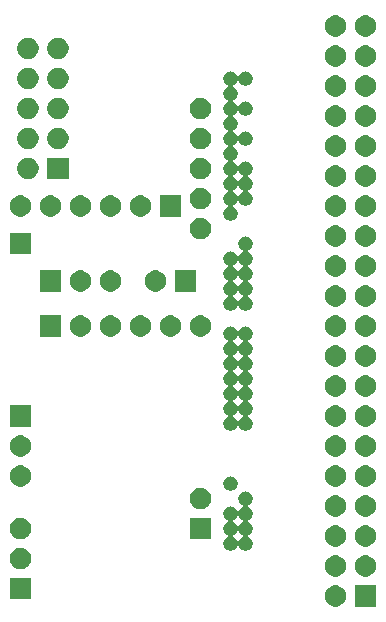
<source format=gbr>
G04 #@! TF.GenerationSoftware,KiCad,Pcbnew,(5.1.5-0)*
G04 #@! TF.CreationDate,2020-01-06T21:53:32-08:00*
G04 #@! TF.ProjectId,cisco_hwic_dev_board,63697363-6f5f-4687-9769-635f6465765f,rev?*
G04 #@! TF.SameCoordinates,Original*
G04 #@! TF.FileFunction,Soldermask,Bot*
G04 #@! TF.FilePolarity,Negative*
%FSLAX46Y46*%
G04 Gerber Fmt 4.6, Leading zero omitted, Abs format (unit mm)*
G04 Created by KiCad (PCBNEW (5.1.5-0)) date 2020-01-06 21:53:32*
%MOMM*%
%LPD*%
G04 APERTURE LIST*
%ADD10C,0.100000*%
G04 APERTURE END LIST*
D10*
G36*
X-526784000Y535674000D02*
G01*
X-528586000Y535674000D01*
X-528586000Y537476000D01*
X-526784000Y537476000D01*
X-526784000Y535674000D01*
G37*
G36*
X-530111488Y537471073D02*
G01*
X-529962188Y537441376D01*
X-529798216Y537373456D01*
X-529650646Y537274853D01*
X-529525147Y537149354D01*
X-529426544Y537001784D01*
X-529358624Y536837812D01*
X-529324000Y536663741D01*
X-529324000Y536486259D01*
X-529358624Y536312188D01*
X-529426544Y536148216D01*
X-529525147Y536000646D01*
X-529650646Y535875147D01*
X-529798216Y535776544D01*
X-529962188Y535708624D01*
X-530111488Y535678927D01*
X-530136258Y535674000D01*
X-530313742Y535674000D01*
X-530338512Y535678927D01*
X-530487812Y535708624D01*
X-530651784Y535776544D01*
X-530799354Y535875147D01*
X-530924853Y536000646D01*
X-531023456Y536148216D01*
X-531091376Y536312188D01*
X-531126000Y536486259D01*
X-531126000Y536663741D01*
X-531091376Y536837812D01*
X-531023456Y537001784D01*
X-530924853Y537149354D01*
X-530799354Y537274853D01*
X-530651784Y537373456D01*
X-530487812Y537441376D01*
X-530338512Y537471073D01*
X-530313742Y537476000D01*
X-530136258Y537476000D01*
X-530111488Y537471073D01*
G37*
G36*
X-555994000Y536309000D02*
G01*
X-557796000Y536309000D01*
X-557796000Y538111000D01*
X-555994000Y538111000D01*
X-555994000Y536309000D01*
G37*
G36*
X-527580231Y540012812D02*
G01*
X-527422188Y539981376D01*
X-527258216Y539913456D01*
X-527110646Y539814853D01*
X-526985147Y539689354D01*
X-526886544Y539541784D01*
X-526818624Y539377812D01*
X-526784000Y539203741D01*
X-526784000Y539026259D01*
X-526818624Y538852188D01*
X-526886544Y538688216D01*
X-526985147Y538540646D01*
X-527110646Y538415147D01*
X-527258216Y538316544D01*
X-527422188Y538248624D01*
X-527571488Y538218927D01*
X-527596258Y538214000D01*
X-527773742Y538214000D01*
X-527798512Y538218927D01*
X-527947812Y538248624D01*
X-528111784Y538316544D01*
X-528259354Y538415147D01*
X-528384853Y538540646D01*
X-528483456Y538688216D01*
X-528551376Y538852188D01*
X-528586000Y539026259D01*
X-528586000Y539203741D01*
X-528551376Y539377812D01*
X-528483456Y539541784D01*
X-528384853Y539689354D01*
X-528259354Y539814853D01*
X-528111784Y539913456D01*
X-527947812Y539981376D01*
X-527789769Y540012812D01*
X-527773742Y540016000D01*
X-527596258Y540016000D01*
X-527580231Y540012812D01*
G37*
G36*
X-530120231Y540012812D02*
G01*
X-529962188Y539981376D01*
X-529798216Y539913456D01*
X-529650646Y539814853D01*
X-529525147Y539689354D01*
X-529426544Y539541784D01*
X-529358624Y539377812D01*
X-529324000Y539203741D01*
X-529324000Y539026259D01*
X-529358624Y538852188D01*
X-529426544Y538688216D01*
X-529525147Y538540646D01*
X-529650646Y538415147D01*
X-529798216Y538316544D01*
X-529962188Y538248624D01*
X-530111488Y538218927D01*
X-530136258Y538214000D01*
X-530313742Y538214000D01*
X-530338512Y538218927D01*
X-530487812Y538248624D01*
X-530651784Y538316544D01*
X-530799354Y538415147D01*
X-530924853Y538540646D01*
X-531023456Y538688216D01*
X-531091376Y538852188D01*
X-531126000Y539026259D01*
X-531126000Y539203741D01*
X-531091376Y539377812D01*
X-531023456Y539541784D01*
X-530924853Y539689354D01*
X-530799354Y539814853D01*
X-530651784Y539913456D01*
X-530487812Y539981376D01*
X-530329769Y540012812D01*
X-530313742Y540016000D01*
X-530136258Y540016000D01*
X-530120231Y540012812D01*
G37*
G36*
X-556781488Y540646073D02*
G01*
X-556632188Y540616376D01*
X-556468216Y540548456D01*
X-556320646Y540449853D01*
X-556195147Y540324354D01*
X-556096544Y540176784D01*
X-556028624Y540012812D01*
X-555994000Y539838741D01*
X-555994000Y539661259D01*
X-556028624Y539487188D01*
X-556096544Y539323216D01*
X-556195147Y539175646D01*
X-556320646Y539050147D01*
X-556468216Y538951544D01*
X-556632188Y538883624D01*
X-556781488Y538853927D01*
X-556806258Y538849000D01*
X-556983742Y538849000D01*
X-557008512Y538853927D01*
X-557157812Y538883624D01*
X-557321784Y538951544D01*
X-557469354Y539050147D01*
X-557594853Y539175646D01*
X-557693456Y539323216D01*
X-557761376Y539487188D01*
X-557796000Y539661259D01*
X-557796000Y539838741D01*
X-557761376Y540012812D01*
X-557693456Y540176784D01*
X-557594853Y540324354D01*
X-557469354Y540449853D01*
X-557321784Y540548456D01*
X-557157812Y540616376D01*
X-557008512Y540646073D01*
X-556983742Y540651000D01*
X-556806258Y540651000D01*
X-556781488Y540646073D01*
G37*
G36*
X-537708399Y545415603D02*
G01*
X-537669695Y545407904D01*
X-537637660Y545394635D01*
X-537560320Y545362600D01*
X-537461885Y545296827D01*
X-537378173Y545213115D01*
X-537312400Y545114680D01*
X-537267096Y545005304D01*
X-537244000Y544889195D01*
X-537244000Y544770805D01*
X-537267096Y544654696D01*
X-537312400Y544545320D01*
X-537378173Y544446885D01*
X-537461886Y544363172D01*
X-537558026Y544298933D01*
X-537576968Y544283387D01*
X-537592513Y544264445D01*
X-537604064Y544242835D01*
X-537611177Y544219386D01*
X-537613579Y544195000D01*
X-537611177Y544170614D01*
X-537604064Y544147165D01*
X-537592513Y544125554D01*
X-537576967Y544106612D01*
X-537558026Y544091067D01*
X-537461886Y544026828D01*
X-537378173Y543943115D01*
X-537312400Y543844680D01*
X-537267096Y543735304D01*
X-537244000Y543619195D01*
X-537244000Y543500805D01*
X-537267096Y543384696D01*
X-537312400Y543275320D01*
X-537378173Y543176885D01*
X-537461886Y543093172D01*
X-537558026Y543028933D01*
X-537576968Y543013387D01*
X-537592513Y542994445D01*
X-537604064Y542972835D01*
X-537611177Y542949386D01*
X-537613579Y542925000D01*
X-537611177Y542900614D01*
X-537604064Y542877165D01*
X-537592513Y542855554D01*
X-537576967Y542836612D01*
X-537558026Y542821067D01*
X-537461886Y542756828D01*
X-537378173Y542673115D01*
X-537312400Y542574680D01*
X-537267096Y542465304D01*
X-537244000Y542349195D01*
X-537244000Y542230805D01*
X-537267096Y542114696D01*
X-537312400Y542005320D01*
X-537378173Y541906885D01*
X-537461886Y541823172D01*
X-537558026Y541758933D01*
X-537576968Y541743387D01*
X-537592513Y541724445D01*
X-537604064Y541702835D01*
X-537611177Y541679386D01*
X-537613579Y541655000D01*
X-537611177Y541630614D01*
X-537604064Y541607165D01*
X-537592513Y541585554D01*
X-537576967Y541566612D01*
X-537558026Y541551067D01*
X-537461886Y541486828D01*
X-537378173Y541403115D01*
X-537312400Y541304680D01*
X-537267096Y541195304D01*
X-537244000Y541079195D01*
X-537244000Y540960805D01*
X-537267096Y540844696D01*
X-537312400Y540735320D01*
X-537378173Y540636885D01*
X-537461885Y540553173D01*
X-537560320Y540487400D01*
X-537637660Y540455365D01*
X-537669695Y540442096D01*
X-537708399Y540434397D01*
X-537785805Y540419000D01*
X-537904195Y540419000D01*
X-537981601Y540434397D01*
X-538020305Y540442096D01*
X-538052340Y540455365D01*
X-538129680Y540487400D01*
X-538228115Y540553173D01*
X-538311828Y540636886D01*
X-538376067Y540733026D01*
X-538391613Y540751968D01*
X-538410555Y540767513D01*
X-538432165Y540779064D01*
X-538455614Y540786177D01*
X-538480000Y540788579D01*
X-538504386Y540786177D01*
X-538527835Y540779064D01*
X-538549446Y540767513D01*
X-538568388Y540751967D01*
X-538583933Y540733026D01*
X-538648172Y540636886D01*
X-538731885Y540553173D01*
X-538830320Y540487400D01*
X-538907660Y540455365D01*
X-538939695Y540442096D01*
X-538978399Y540434397D01*
X-539055805Y540419000D01*
X-539174195Y540419000D01*
X-539251601Y540434397D01*
X-539290305Y540442096D01*
X-539322340Y540455365D01*
X-539399680Y540487400D01*
X-539498115Y540553173D01*
X-539581827Y540636885D01*
X-539647600Y540735320D01*
X-539692904Y540844696D01*
X-539716000Y540960805D01*
X-539716000Y541079195D01*
X-539692904Y541195304D01*
X-539647600Y541304680D01*
X-539581827Y541403115D01*
X-539498114Y541486828D01*
X-539401974Y541551067D01*
X-539383032Y541566613D01*
X-539367487Y541585555D01*
X-539355936Y541607165D01*
X-539348823Y541630614D01*
X-539346421Y541655000D01*
X-538883579Y541655000D01*
X-538881177Y541630614D01*
X-538874064Y541607165D01*
X-538862513Y541585554D01*
X-538846967Y541566612D01*
X-538828026Y541551067D01*
X-538731886Y541486828D01*
X-538648172Y541403114D01*
X-538583933Y541306974D01*
X-538568387Y541288032D01*
X-538549445Y541272487D01*
X-538527835Y541260936D01*
X-538504386Y541253823D01*
X-538480000Y541251421D01*
X-538455614Y541253823D01*
X-538432165Y541260936D01*
X-538410554Y541272487D01*
X-538391612Y541288033D01*
X-538376067Y541306974D01*
X-538311828Y541403114D01*
X-538228114Y541486828D01*
X-538131974Y541551067D01*
X-538113032Y541566613D01*
X-538097487Y541585555D01*
X-538085936Y541607165D01*
X-538078823Y541630614D01*
X-538076421Y541655000D01*
X-538078823Y541679386D01*
X-538085936Y541702835D01*
X-538097487Y541724446D01*
X-538113033Y541743388D01*
X-538131974Y541758933D01*
X-538228114Y541823172D01*
X-538311828Y541906886D01*
X-538376067Y542003026D01*
X-538391613Y542021968D01*
X-538410555Y542037513D01*
X-538432165Y542049064D01*
X-538455614Y542056177D01*
X-538480000Y542058579D01*
X-538504386Y542056177D01*
X-538527835Y542049064D01*
X-538549446Y542037513D01*
X-538568388Y542021967D01*
X-538583933Y542003026D01*
X-538648172Y541906886D01*
X-538731886Y541823172D01*
X-538828026Y541758933D01*
X-538846968Y541743387D01*
X-538862513Y541724445D01*
X-538874064Y541702835D01*
X-538881177Y541679386D01*
X-538883579Y541655000D01*
X-539346421Y541655000D01*
X-539348823Y541679386D01*
X-539355936Y541702835D01*
X-539367487Y541724446D01*
X-539383033Y541743388D01*
X-539401974Y541758933D01*
X-539498114Y541823172D01*
X-539581827Y541906885D01*
X-539647600Y542005320D01*
X-539692904Y542114696D01*
X-539716000Y542230805D01*
X-539716000Y542349195D01*
X-539692904Y542465304D01*
X-539647600Y542574680D01*
X-539581827Y542673115D01*
X-539498114Y542756828D01*
X-539401974Y542821067D01*
X-539383032Y542836613D01*
X-539367487Y542855555D01*
X-539355936Y542877165D01*
X-539348823Y542900614D01*
X-539346421Y542925000D01*
X-538883579Y542925000D01*
X-538881177Y542900614D01*
X-538874064Y542877165D01*
X-538862513Y542855554D01*
X-538846967Y542836612D01*
X-538828026Y542821067D01*
X-538731886Y542756828D01*
X-538648172Y542673114D01*
X-538583933Y542576974D01*
X-538568387Y542558032D01*
X-538549445Y542542487D01*
X-538527835Y542530936D01*
X-538504386Y542523823D01*
X-538480000Y542521421D01*
X-538455614Y542523823D01*
X-538432165Y542530936D01*
X-538410554Y542542487D01*
X-538391612Y542558033D01*
X-538376067Y542576974D01*
X-538311828Y542673114D01*
X-538228114Y542756828D01*
X-538131974Y542821067D01*
X-538113032Y542836613D01*
X-538097487Y542855555D01*
X-538085936Y542877165D01*
X-538078823Y542900614D01*
X-538076421Y542925000D01*
X-538078823Y542949386D01*
X-538085936Y542972835D01*
X-538097487Y542994446D01*
X-538113033Y543013388D01*
X-538131974Y543028933D01*
X-538228114Y543093172D01*
X-538311828Y543176886D01*
X-538376067Y543273026D01*
X-538391613Y543291968D01*
X-538410555Y543307513D01*
X-538432165Y543319064D01*
X-538455614Y543326177D01*
X-538480000Y543328579D01*
X-538504386Y543326177D01*
X-538527835Y543319064D01*
X-538549446Y543307513D01*
X-538568388Y543291967D01*
X-538583933Y543273026D01*
X-538648172Y543176886D01*
X-538731886Y543093172D01*
X-538828026Y543028933D01*
X-538846968Y543013387D01*
X-538862513Y542994445D01*
X-538874064Y542972835D01*
X-538881177Y542949386D01*
X-538883579Y542925000D01*
X-539346421Y542925000D01*
X-539348823Y542949386D01*
X-539355936Y542972835D01*
X-539367487Y542994446D01*
X-539383033Y543013388D01*
X-539401974Y543028933D01*
X-539498114Y543093172D01*
X-539581827Y543176885D01*
X-539647600Y543275320D01*
X-539692904Y543384696D01*
X-539716000Y543500805D01*
X-539716000Y543619195D01*
X-539692904Y543735304D01*
X-539647600Y543844680D01*
X-539581827Y543943115D01*
X-539498115Y544026827D01*
X-539399680Y544092600D01*
X-539320118Y544125555D01*
X-539290305Y544137904D01*
X-539243747Y544147165D01*
X-539174195Y544161000D01*
X-539055805Y544161000D01*
X-538986253Y544147165D01*
X-538939695Y544137904D01*
X-538909882Y544125555D01*
X-538830320Y544092600D01*
X-538731885Y544026827D01*
X-538648172Y543943114D01*
X-538583933Y543846974D01*
X-538568387Y543828032D01*
X-538549445Y543812487D01*
X-538527835Y543800936D01*
X-538504386Y543793823D01*
X-538480000Y543791421D01*
X-538455614Y543793823D01*
X-538432165Y543800936D01*
X-538410554Y543812487D01*
X-538391612Y543828033D01*
X-538376067Y543846974D01*
X-538311828Y543943114D01*
X-538228114Y544026828D01*
X-538131974Y544091067D01*
X-538113032Y544106613D01*
X-538097487Y544125555D01*
X-538085936Y544147165D01*
X-538078823Y544170614D01*
X-538076421Y544195000D01*
X-538078823Y544219386D01*
X-538085936Y544242835D01*
X-538097487Y544264446D01*
X-538113033Y544283388D01*
X-538131974Y544298933D01*
X-538228114Y544363172D01*
X-538311827Y544446885D01*
X-538377600Y544545320D01*
X-538422904Y544654696D01*
X-538446000Y544770805D01*
X-538446000Y544889195D01*
X-538422904Y545005304D01*
X-538377600Y545114680D01*
X-538311827Y545213115D01*
X-538228115Y545296827D01*
X-538129680Y545362600D01*
X-538052340Y545394635D01*
X-538020305Y545407904D01*
X-537981601Y545415603D01*
X-537904195Y545431000D01*
X-537785805Y545431000D01*
X-537708399Y545415603D01*
G37*
G36*
X-527580231Y542552812D02*
G01*
X-527422188Y542521376D01*
X-527258216Y542453456D01*
X-527110646Y542354853D01*
X-526985147Y542229354D01*
X-526886544Y542081784D01*
X-526818624Y541917812D01*
X-526784000Y541743741D01*
X-526784000Y541566259D01*
X-526818624Y541392188D01*
X-526886544Y541228216D01*
X-526985147Y541080646D01*
X-527110646Y540955147D01*
X-527258216Y540856544D01*
X-527422188Y540788624D01*
X-527571488Y540758927D01*
X-527596258Y540754000D01*
X-527773742Y540754000D01*
X-527798512Y540758927D01*
X-527947812Y540788624D01*
X-528111784Y540856544D01*
X-528259354Y540955147D01*
X-528384853Y541080646D01*
X-528483456Y541228216D01*
X-528551376Y541392188D01*
X-528586000Y541566259D01*
X-528586000Y541743741D01*
X-528551376Y541917812D01*
X-528483456Y542081784D01*
X-528384853Y542229354D01*
X-528259354Y542354853D01*
X-528111784Y542453456D01*
X-527947812Y542521376D01*
X-527789769Y542552812D01*
X-527773742Y542556000D01*
X-527596258Y542556000D01*
X-527580231Y542552812D01*
G37*
G36*
X-530120231Y542552812D02*
G01*
X-529962188Y542521376D01*
X-529798216Y542453456D01*
X-529650646Y542354853D01*
X-529525147Y542229354D01*
X-529426544Y542081784D01*
X-529358624Y541917812D01*
X-529324000Y541743741D01*
X-529324000Y541566259D01*
X-529358624Y541392188D01*
X-529426544Y541228216D01*
X-529525147Y541080646D01*
X-529650646Y540955147D01*
X-529798216Y540856544D01*
X-529962188Y540788624D01*
X-530111488Y540758927D01*
X-530136258Y540754000D01*
X-530313742Y540754000D01*
X-530338512Y540758927D01*
X-530487812Y540788624D01*
X-530651784Y540856544D01*
X-530799354Y540955147D01*
X-530924853Y541080646D01*
X-531023456Y541228216D01*
X-531091376Y541392188D01*
X-531126000Y541566259D01*
X-531126000Y541743741D01*
X-531091376Y541917812D01*
X-531023456Y542081784D01*
X-530924853Y542229354D01*
X-530799354Y542354853D01*
X-530651784Y542453456D01*
X-530487812Y542521376D01*
X-530329769Y542552812D01*
X-530313742Y542556000D01*
X-530136258Y542556000D01*
X-530120231Y542552812D01*
G37*
G36*
X-540754000Y541389000D02*
G01*
X-542556000Y541389000D01*
X-542556000Y543191000D01*
X-540754000Y543191000D01*
X-540754000Y541389000D01*
G37*
G36*
X-556781488Y543186073D02*
G01*
X-556632188Y543156376D01*
X-556468216Y543088456D01*
X-556320646Y542989853D01*
X-556195147Y542864354D01*
X-556096544Y542716784D01*
X-556028624Y542552812D01*
X-555994000Y542378741D01*
X-555994000Y542201259D01*
X-556028624Y542027188D01*
X-556096544Y541863216D01*
X-556195147Y541715646D01*
X-556320646Y541590147D01*
X-556468216Y541491544D01*
X-556632188Y541423624D01*
X-556781488Y541393927D01*
X-556806258Y541389000D01*
X-556983742Y541389000D01*
X-557008512Y541393927D01*
X-557157812Y541423624D01*
X-557321784Y541491544D01*
X-557469354Y541590147D01*
X-557594853Y541715646D01*
X-557693456Y541863216D01*
X-557761376Y542027188D01*
X-557796000Y542201259D01*
X-557796000Y542378741D01*
X-557761376Y542552812D01*
X-557693456Y542716784D01*
X-557594853Y542864354D01*
X-557469354Y542989853D01*
X-557321784Y543088456D01*
X-557157812Y543156376D01*
X-557008512Y543186073D01*
X-556983742Y543191000D01*
X-556806258Y543191000D01*
X-556781488Y543186073D01*
G37*
G36*
X-530120231Y545092812D02*
G01*
X-529962188Y545061376D01*
X-529798216Y544993456D01*
X-529650646Y544894853D01*
X-529525147Y544769354D01*
X-529426544Y544621784D01*
X-529358624Y544457812D01*
X-529324000Y544283741D01*
X-529324000Y544106259D01*
X-529358624Y543932188D01*
X-529426544Y543768216D01*
X-529525147Y543620646D01*
X-529650646Y543495147D01*
X-529798216Y543396544D01*
X-529962188Y543328624D01*
X-530111488Y543298927D01*
X-530136258Y543294000D01*
X-530313742Y543294000D01*
X-530338512Y543298927D01*
X-530487812Y543328624D01*
X-530651784Y543396544D01*
X-530799354Y543495147D01*
X-530924853Y543620646D01*
X-531023456Y543768216D01*
X-531091376Y543932188D01*
X-531126000Y544106259D01*
X-531126000Y544283741D01*
X-531091376Y544457812D01*
X-531023456Y544621784D01*
X-530924853Y544769354D01*
X-530799354Y544894853D01*
X-530651784Y544993456D01*
X-530487812Y545061376D01*
X-530329769Y545092812D01*
X-530313742Y545096000D01*
X-530136258Y545096000D01*
X-530120231Y545092812D01*
G37*
G36*
X-527580231Y545092812D02*
G01*
X-527422188Y545061376D01*
X-527258216Y544993456D01*
X-527110646Y544894853D01*
X-526985147Y544769354D01*
X-526886544Y544621784D01*
X-526818624Y544457812D01*
X-526784000Y544283741D01*
X-526784000Y544106259D01*
X-526818624Y543932188D01*
X-526886544Y543768216D01*
X-526985147Y543620646D01*
X-527110646Y543495147D01*
X-527258216Y543396544D01*
X-527422188Y543328624D01*
X-527571488Y543298927D01*
X-527596258Y543294000D01*
X-527773742Y543294000D01*
X-527798512Y543298927D01*
X-527947812Y543328624D01*
X-528111784Y543396544D01*
X-528259354Y543495147D01*
X-528384853Y543620646D01*
X-528483456Y543768216D01*
X-528551376Y543932188D01*
X-528586000Y544106259D01*
X-528586000Y544283741D01*
X-528551376Y544457812D01*
X-528483456Y544621784D01*
X-528384853Y544769354D01*
X-528259354Y544894853D01*
X-528111784Y544993456D01*
X-527947812Y545061376D01*
X-527789769Y545092812D01*
X-527773742Y545096000D01*
X-527596258Y545096000D01*
X-527580231Y545092812D01*
G37*
G36*
X-541541488Y545726073D02*
G01*
X-541392188Y545696376D01*
X-541228216Y545628456D01*
X-541080646Y545529853D01*
X-540955147Y545404354D01*
X-540856544Y545256784D01*
X-540788624Y545092812D01*
X-540754000Y544918741D01*
X-540754000Y544741259D01*
X-540788624Y544567188D01*
X-540856544Y544403216D01*
X-540955147Y544255646D01*
X-541080646Y544130147D01*
X-541228216Y544031544D01*
X-541392188Y543963624D01*
X-541541488Y543933927D01*
X-541566258Y543929000D01*
X-541743742Y543929000D01*
X-541768512Y543933927D01*
X-541917812Y543963624D01*
X-542081784Y544031544D01*
X-542229354Y544130147D01*
X-542354853Y544255646D01*
X-542453456Y544403216D01*
X-542521376Y544567188D01*
X-542556000Y544741259D01*
X-542556000Y544918741D01*
X-542521376Y545092812D01*
X-542453456Y545256784D01*
X-542354853Y545404354D01*
X-542229354Y545529853D01*
X-542081784Y545628456D01*
X-541917812Y545696376D01*
X-541768512Y545726073D01*
X-541743742Y545731000D01*
X-541566258Y545731000D01*
X-541541488Y545726073D01*
G37*
G36*
X-538978399Y546685603D02*
G01*
X-538939695Y546677904D01*
X-538907660Y546664635D01*
X-538830320Y546632600D01*
X-538731885Y546566827D01*
X-538648173Y546483115D01*
X-538582400Y546384680D01*
X-538537096Y546275304D01*
X-538514000Y546159195D01*
X-538514000Y546040805D01*
X-538537096Y545924696D01*
X-538582400Y545815320D01*
X-538648173Y545716885D01*
X-538731885Y545633173D01*
X-538830320Y545567400D01*
X-538907660Y545535365D01*
X-538939695Y545522096D01*
X-538978399Y545514397D01*
X-539055805Y545499000D01*
X-539174195Y545499000D01*
X-539251601Y545514397D01*
X-539290305Y545522096D01*
X-539322340Y545535365D01*
X-539399680Y545567400D01*
X-539498115Y545633173D01*
X-539581827Y545716885D01*
X-539647600Y545815320D01*
X-539692904Y545924696D01*
X-539716000Y546040805D01*
X-539716000Y546159195D01*
X-539692904Y546275304D01*
X-539647600Y546384680D01*
X-539581827Y546483115D01*
X-539498115Y546566827D01*
X-539399680Y546632600D01*
X-539322340Y546664635D01*
X-539290305Y546677904D01*
X-539251601Y546685603D01*
X-539174195Y546701000D01*
X-539055805Y546701000D01*
X-538978399Y546685603D01*
G37*
G36*
X-527571488Y547631073D02*
G01*
X-527422188Y547601376D01*
X-527258216Y547533456D01*
X-527110646Y547434853D01*
X-526985147Y547309354D01*
X-526886544Y547161784D01*
X-526818624Y546997812D01*
X-526784000Y546823741D01*
X-526784000Y546646259D01*
X-526818624Y546472188D01*
X-526886544Y546308216D01*
X-526985147Y546160646D01*
X-527110646Y546035147D01*
X-527258216Y545936544D01*
X-527422188Y545868624D01*
X-527571488Y545838927D01*
X-527596258Y545834000D01*
X-527773742Y545834000D01*
X-527798512Y545838927D01*
X-527947812Y545868624D01*
X-528111784Y545936544D01*
X-528259354Y546035147D01*
X-528384853Y546160646D01*
X-528483456Y546308216D01*
X-528551376Y546472188D01*
X-528586000Y546646259D01*
X-528586000Y546823741D01*
X-528551376Y546997812D01*
X-528483456Y547161784D01*
X-528384853Y547309354D01*
X-528259354Y547434853D01*
X-528111784Y547533456D01*
X-527947812Y547601376D01*
X-527798512Y547631073D01*
X-527773742Y547636000D01*
X-527596258Y547636000D01*
X-527571488Y547631073D01*
G37*
G36*
X-530111488Y547631073D02*
G01*
X-529962188Y547601376D01*
X-529798216Y547533456D01*
X-529650646Y547434853D01*
X-529525147Y547309354D01*
X-529426544Y547161784D01*
X-529358624Y546997812D01*
X-529324000Y546823741D01*
X-529324000Y546646259D01*
X-529358624Y546472188D01*
X-529426544Y546308216D01*
X-529525147Y546160646D01*
X-529650646Y546035147D01*
X-529798216Y545936544D01*
X-529962188Y545868624D01*
X-530111488Y545838927D01*
X-530136258Y545834000D01*
X-530313742Y545834000D01*
X-530338512Y545838927D01*
X-530487812Y545868624D01*
X-530651784Y545936544D01*
X-530799354Y546035147D01*
X-530924853Y546160646D01*
X-531023456Y546308216D01*
X-531091376Y546472188D01*
X-531126000Y546646259D01*
X-531126000Y546823741D01*
X-531091376Y546997812D01*
X-531023456Y547161784D01*
X-530924853Y547309354D01*
X-530799354Y547434853D01*
X-530651784Y547533456D01*
X-530487812Y547601376D01*
X-530338512Y547631073D01*
X-530313742Y547636000D01*
X-530136258Y547636000D01*
X-530111488Y547631073D01*
G37*
G36*
X-556781488Y547631073D02*
G01*
X-556632188Y547601376D01*
X-556468216Y547533456D01*
X-556320646Y547434853D01*
X-556195147Y547309354D01*
X-556096544Y547161784D01*
X-556028624Y546997812D01*
X-555994000Y546823741D01*
X-555994000Y546646259D01*
X-556028624Y546472188D01*
X-556096544Y546308216D01*
X-556195147Y546160646D01*
X-556320646Y546035147D01*
X-556468216Y545936544D01*
X-556632188Y545868624D01*
X-556781488Y545838927D01*
X-556806258Y545834000D01*
X-556983742Y545834000D01*
X-557008512Y545838927D01*
X-557157812Y545868624D01*
X-557321784Y545936544D01*
X-557469354Y546035147D01*
X-557594853Y546160646D01*
X-557693456Y546308216D01*
X-557761376Y546472188D01*
X-557796000Y546646259D01*
X-557796000Y546823741D01*
X-557761376Y546997812D01*
X-557693456Y547161784D01*
X-557594853Y547309354D01*
X-557469354Y547434853D01*
X-557321784Y547533456D01*
X-557157812Y547601376D01*
X-557008512Y547631073D01*
X-556983742Y547636000D01*
X-556806258Y547636000D01*
X-556781488Y547631073D01*
G37*
G36*
X-527571488Y550171073D02*
G01*
X-527422188Y550141376D01*
X-527258216Y550073456D01*
X-527110646Y549974853D01*
X-526985147Y549849354D01*
X-526886544Y549701784D01*
X-526818624Y549537812D01*
X-526784000Y549363741D01*
X-526784000Y549186259D01*
X-526818624Y549012188D01*
X-526886544Y548848216D01*
X-526985147Y548700646D01*
X-527110646Y548575147D01*
X-527258216Y548476544D01*
X-527422188Y548408624D01*
X-527571488Y548378927D01*
X-527596258Y548374000D01*
X-527773742Y548374000D01*
X-527798512Y548378927D01*
X-527947812Y548408624D01*
X-528111784Y548476544D01*
X-528259354Y548575147D01*
X-528384853Y548700646D01*
X-528483456Y548848216D01*
X-528551376Y549012188D01*
X-528586000Y549186259D01*
X-528586000Y549363741D01*
X-528551376Y549537812D01*
X-528483456Y549701784D01*
X-528384853Y549849354D01*
X-528259354Y549974853D01*
X-528111784Y550073456D01*
X-527947812Y550141376D01*
X-527798512Y550171073D01*
X-527773742Y550176000D01*
X-527596258Y550176000D01*
X-527571488Y550171073D01*
G37*
G36*
X-530111488Y550171073D02*
G01*
X-529962188Y550141376D01*
X-529798216Y550073456D01*
X-529650646Y549974853D01*
X-529525147Y549849354D01*
X-529426544Y549701784D01*
X-529358624Y549537812D01*
X-529324000Y549363741D01*
X-529324000Y549186259D01*
X-529358624Y549012188D01*
X-529426544Y548848216D01*
X-529525147Y548700646D01*
X-529650646Y548575147D01*
X-529798216Y548476544D01*
X-529962188Y548408624D01*
X-530111488Y548378927D01*
X-530136258Y548374000D01*
X-530313742Y548374000D01*
X-530338512Y548378927D01*
X-530487812Y548408624D01*
X-530651784Y548476544D01*
X-530799354Y548575147D01*
X-530924853Y548700646D01*
X-531023456Y548848216D01*
X-531091376Y549012188D01*
X-531126000Y549186259D01*
X-531126000Y549363741D01*
X-531091376Y549537812D01*
X-531023456Y549701784D01*
X-530924853Y549849354D01*
X-530799354Y549974853D01*
X-530651784Y550073456D01*
X-530487812Y550141376D01*
X-530338512Y550171073D01*
X-530313742Y550176000D01*
X-530136258Y550176000D01*
X-530111488Y550171073D01*
G37*
G36*
X-556781488Y550171073D02*
G01*
X-556632188Y550141376D01*
X-556468216Y550073456D01*
X-556320646Y549974853D01*
X-556195147Y549849354D01*
X-556096544Y549701784D01*
X-556028624Y549537812D01*
X-555994000Y549363741D01*
X-555994000Y549186259D01*
X-556028624Y549012188D01*
X-556096544Y548848216D01*
X-556195147Y548700646D01*
X-556320646Y548575147D01*
X-556468216Y548476544D01*
X-556632188Y548408624D01*
X-556781488Y548378927D01*
X-556806258Y548374000D01*
X-556983742Y548374000D01*
X-557008512Y548378927D01*
X-557157812Y548408624D01*
X-557321784Y548476544D01*
X-557469354Y548575147D01*
X-557594853Y548700646D01*
X-557693456Y548848216D01*
X-557761376Y549012188D01*
X-557796000Y549186259D01*
X-557796000Y549363741D01*
X-557761376Y549537812D01*
X-557693456Y549701784D01*
X-557594853Y549849354D01*
X-557469354Y549974853D01*
X-557321784Y550073456D01*
X-557157812Y550141376D01*
X-557008512Y550171073D01*
X-556983742Y550176000D01*
X-556806258Y550176000D01*
X-556781488Y550171073D01*
G37*
G36*
X-538978399Y559385603D02*
G01*
X-538939695Y559377904D01*
X-538907660Y559364635D01*
X-538830320Y559332600D01*
X-538731885Y559266827D01*
X-538648172Y559183114D01*
X-538583933Y559086974D01*
X-538568387Y559068032D01*
X-538549445Y559052487D01*
X-538527835Y559040936D01*
X-538504386Y559033823D01*
X-538480000Y559031421D01*
X-538455614Y559033823D01*
X-538432165Y559040936D01*
X-538410554Y559052487D01*
X-538391612Y559068033D01*
X-538376067Y559086974D01*
X-538311828Y559183114D01*
X-538228115Y559266827D01*
X-538129680Y559332600D01*
X-538052340Y559364635D01*
X-538020305Y559377904D01*
X-537981601Y559385603D01*
X-537904195Y559401000D01*
X-537785805Y559401000D01*
X-537708399Y559385603D01*
X-537669695Y559377904D01*
X-537637660Y559364635D01*
X-537560320Y559332600D01*
X-537461885Y559266827D01*
X-537378173Y559183115D01*
X-537312400Y559084680D01*
X-537267096Y558975304D01*
X-537244000Y558859195D01*
X-537244000Y558740805D01*
X-537267096Y558624696D01*
X-537312400Y558515320D01*
X-537378173Y558416885D01*
X-537461886Y558333172D01*
X-537558026Y558268933D01*
X-537576968Y558253387D01*
X-537592513Y558234445D01*
X-537604064Y558212835D01*
X-537611177Y558189386D01*
X-537613579Y558165000D01*
X-537611177Y558140614D01*
X-537604064Y558117165D01*
X-537592513Y558095554D01*
X-537576967Y558076612D01*
X-537558026Y558061067D01*
X-537461886Y557996828D01*
X-537378173Y557913115D01*
X-537312400Y557814680D01*
X-537267096Y557705304D01*
X-537244000Y557589195D01*
X-537244000Y557470805D01*
X-537267096Y557354696D01*
X-537312400Y557245320D01*
X-537378173Y557146885D01*
X-537461886Y557063172D01*
X-537558026Y556998933D01*
X-537576968Y556983387D01*
X-537592513Y556964445D01*
X-537604064Y556942835D01*
X-537611177Y556919386D01*
X-537613579Y556895000D01*
X-537611177Y556870614D01*
X-537604064Y556847165D01*
X-537592513Y556825554D01*
X-537576967Y556806612D01*
X-537558026Y556791067D01*
X-537461886Y556726828D01*
X-537378173Y556643115D01*
X-537312400Y556544680D01*
X-537267096Y556435304D01*
X-537244000Y556319195D01*
X-537244000Y556200805D01*
X-537267096Y556084696D01*
X-537312400Y555975320D01*
X-537378173Y555876885D01*
X-537461886Y555793172D01*
X-537558026Y555728933D01*
X-537576968Y555713387D01*
X-537592513Y555694445D01*
X-537604064Y555672835D01*
X-537611177Y555649386D01*
X-537613579Y555625000D01*
X-537611177Y555600614D01*
X-537604064Y555577165D01*
X-537592513Y555555554D01*
X-537576967Y555536612D01*
X-537558026Y555521067D01*
X-537461886Y555456828D01*
X-537378173Y555373115D01*
X-537312400Y555274680D01*
X-537267096Y555165304D01*
X-537244000Y555049195D01*
X-537244000Y554930805D01*
X-537267096Y554814696D01*
X-537312400Y554705320D01*
X-537378173Y554606885D01*
X-537461886Y554523172D01*
X-537558026Y554458933D01*
X-537576968Y554443387D01*
X-537592513Y554424445D01*
X-537604064Y554402835D01*
X-537611177Y554379386D01*
X-537613579Y554355000D01*
X-537611177Y554330614D01*
X-537604064Y554307165D01*
X-537592513Y554285554D01*
X-537576967Y554266612D01*
X-537558026Y554251067D01*
X-537461886Y554186828D01*
X-537378173Y554103115D01*
X-537312400Y554004680D01*
X-537267096Y553895304D01*
X-537244000Y553779195D01*
X-537244000Y553660805D01*
X-537267096Y553544696D01*
X-537312400Y553435320D01*
X-537378173Y553336885D01*
X-537461886Y553253172D01*
X-537558026Y553188933D01*
X-537576968Y553173387D01*
X-537592513Y553154445D01*
X-537604064Y553132835D01*
X-537611177Y553109386D01*
X-537613579Y553085000D01*
X-537611177Y553060614D01*
X-537604064Y553037165D01*
X-537592513Y553015554D01*
X-537576967Y552996612D01*
X-537558026Y552981067D01*
X-537461886Y552916828D01*
X-537378173Y552833115D01*
X-537312400Y552734680D01*
X-537267096Y552625304D01*
X-537244000Y552509195D01*
X-537244000Y552390805D01*
X-537267096Y552274696D01*
X-537312400Y552165320D01*
X-537378173Y552066885D01*
X-537461886Y551983172D01*
X-537558026Y551918933D01*
X-537576968Y551903387D01*
X-537592513Y551884445D01*
X-537604064Y551862835D01*
X-537611177Y551839386D01*
X-537613579Y551815000D01*
X-537611177Y551790614D01*
X-537604064Y551767165D01*
X-537592513Y551745554D01*
X-537576967Y551726612D01*
X-537558026Y551711067D01*
X-537461886Y551646828D01*
X-537378173Y551563115D01*
X-537312400Y551464680D01*
X-537267096Y551355304D01*
X-537244000Y551239195D01*
X-537244000Y551120805D01*
X-537267096Y551004696D01*
X-537312400Y550895320D01*
X-537378173Y550796885D01*
X-537461885Y550713173D01*
X-537560320Y550647400D01*
X-537637660Y550615365D01*
X-537669695Y550602096D01*
X-537708399Y550594397D01*
X-537785805Y550579000D01*
X-537904195Y550579000D01*
X-537981601Y550594397D01*
X-538020305Y550602096D01*
X-538052340Y550615365D01*
X-538129680Y550647400D01*
X-538228115Y550713173D01*
X-538311828Y550796886D01*
X-538376067Y550893026D01*
X-538391613Y550911968D01*
X-538410555Y550927513D01*
X-538432165Y550939064D01*
X-538455614Y550946177D01*
X-538480000Y550948579D01*
X-538504386Y550946177D01*
X-538527835Y550939064D01*
X-538549446Y550927513D01*
X-538568388Y550911967D01*
X-538583933Y550893026D01*
X-538648172Y550796886D01*
X-538731885Y550713173D01*
X-538830320Y550647400D01*
X-538907660Y550615365D01*
X-538939695Y550602096D01*
X-538978399Y550594397D01*
X-539055805Y550579000D01*
X-539174195Y550579000D01*
X-539251601Y550594397D01*
X-539290305Y550602096D01*
X-539322340Y550615365D01*
X-539399680Y550647400D01*
X-539498115Y550713173D01*
X-539581827Y550796885D01*
X-539647600Y550895320D01*
X-539692904Y551004696D01*
X-539716000Y551120805D01*
X-539716000Y551239195D01*
X-539692904Y551355304D01*
X-539647600Y551464680D01*
X-539581827Y551563115D01*
X-539498114Y551646828D01*
X-539401974Y551711067D01*
X-539383032Y551726613D01*
X-539367487Y551745555D01*
X-539355936Y551767165D01*
X-539348823Y551790614D01*
X-539346421Y551815000D01*
X-538883579Y551815000D01*
X-538881177Y551790614D01*
X-538874064Y551767165D01*
X-538862513Y551745554D01*
X-538846967Y551726612D01*
X-538828026Y551711067D01*
X-538731886Y551646828D01*
X-538648172Y551563114D01*
X-538583933Y551466974D01*
X-538568387Y551448032D01*
X-538549445Y551432487D01*
X-538527835Y551420936D01*
X-538504386Y551413823D01*
X-538480000Y551411421D01*
X-538455614Y551413823D01*
X-538432165Y551420936D01*
X-538410554Y551432487D01*
X-538391612Y551448033D01*
X-538376067Y551466974D01*
X-538311828Y551563114D01*
X-538228114Y551646828D01*
X-538131974Y551711067D01*
X-538113032Y551726613D01*
X-538097487Y551745555D01*
X-538085936Y551767165D01*
X-538078823Y551790614D01*
X-538076421Y551815000D01*
X-538078823Y551839386D01*
X-538085936Y551862835D01*
X-538097487Y551884446D01*
X-538113033Y551903388D01*
X-538131974Y551918933D01*
X-538228114Y551983172D01*
X-538311828Y552066886D01*
X-538376067Y552163026D01*
X-538391613Y552181968D01*
X-538410555Y552197513D01*
X-538432165Y552209064D01*
X-538455614Y552216177D01*
X-538480000Y552218579D01*
X-538504386Y552216177D01*
X-538527835Y552209064D01*
X-538549446Y552197513D01*
X-538568388Y552181967D01*
X-538583933Y552163026D01*
X-538648172Y552066886D01*
X-538731886Y551983172D01*
X-538828026Y551918933D01*
X-538846968Y551903387D01*
X-538862513Y551884445D01*
X-538874064Y551862835D01*
X-538881177Y551839386D01*
X-538883579Y551815000D01*
X-539346421Y551815000D01*
X-539348823Y551839386D01*
X-539355936Y551862835D01*
X-539367487Y551884446D01*
X-539383033Y551903388D01*
X-539401974Y551918933D01*
X-539498114Y551983172D01*
X-539581827Y552066885D01*
X-539647600Y552165320D01*
X-539692904Y552274696D01*
X-539716000Y552390805D01*
X-539716000Y552509195D01*
X-539692904Y552625304D01*
X-539647600Y552734680D01*
X-539581827Y552833115D01*
X-539498114Y552916828D01*
X-539401974Y552981067D01*
X-539383032Y552996613D01*
X-539367487Y553015555D01*
X-539355936Y553037165D01*
X-539348823Y553060614D01*
X-539346421Y553085000D01*
X-538883579Y553085000D01*
X-538881177Y553060614D01*
X-538874064Y553037165D01*
X-538862513Y553015554D01*
X-538846967Y552996612D01*
X-538828026Y552981067D01*
X-538731886Y552916828D01*
X-538648172Y552833114D01*
X-538583933Y552736974D01*
X-538568387Y552718032D01*
X-538549445Y552702487D01*
X-538527835Y552690936D01*
X-538504386Y552683823D01*
X-538480000Y552681421D01*
X-538455614Y552683823D01*
X-538432165Y552690936D01*
X-538410554Y552702487D01*
X-538391612Y552718033D01*
X-538376067Y552736974D01*
X-538311828Y552833114D01*
X-538228114Y552916828D01*
X-538131974Y552981067D01*
X-538113032Y552996613D01*
X-538097487Y553015555D01*
X-538085936Y553037165D01*
X-538078823Y553060614D01*
X-538076421Y553085000D01*
X-538078823Y553109386D01*
X-538085936Y553132835D01*
X-538097487Y553154446D01*
X-538113033Y553173388D01*
X-538131974Y553188933D01*
X-538228114Y553253172D01*
X-538311828Y553336886D01*
X-538376067Y553433026D01*
X-538391613Y553451968D01*
X-538410555Y553467513D01*
X-538432165Y553479064D01*
X-538455614Y553486177D01*
X-538480000Y553488579D01*
X-538504386Y553486177D01*
X-538527835Y553479064D01*
X-538549446Y553467513D01*
X-538568388Y553451967D01*
X-538583933Y553433026D01*
X-538648172Y553336886D01*
X-538731886Y553253172D01*
X-538828026Y553188933D01*
X-538846968Y553173387D01*
X-538862513Y553154445D01*
X-538874064Y553132835D01*
X-538881177Y553109386D01*
X-538883579Y553085000D01*
X-539346421Y553085000D01*
X-539348823Y553109386D01*
X-539355936Y553132835D01*
X-539367487Y553154446D01*
X-539383033Y553173388D01*
X-539401974Y553188933D01*
X-539498114Y553253172D01*
X-539581827Y553336885D01*
X-539647600Y553435320D01*
X-539692904Y553544696D01*
X-539716000Y553660805D01*
X-539716000Y553779195D01*
X-539692904Y553895304D01*
X-539647600Y554004680D01*
X-539581827Y554103115D01*
X-539498114Y554186828D01*
X-539401974Y554251067D01*
X-539383032Y554266613D01*
X-539367487Y554285555D01*
X-539355936Y554307165D01*
X-539348823Y554330614D01*
X-539346421Y554355000D01*
X-538883579Y554355000D01*
X-538881177Y554330614D01*
X-538874064Y554307165D01*
X-538862513Y554285554D01*
X-538846967Y554266612D01*
X-538828026Y554251067D01*
X-538731886Y554186828D01*
X-538648172Y554103114D01*
X-538583933Y554006974D01*
X-538568387Y553988032D01*
X-538549445Y553972487D01*
X-538527835Y553960936D01*
X-538504386Y553953823D01*
X-538480000Y553951421D01*
X-538455614Y553953823D01*
X-538432165Y553960936D01*
X-538410554Y553972487D01*
X-538391612Y553988033D01*
X-538376067Y554006974D01*
X-538311828Y554103114D01*
X-538228114Y554186828D01*
X-538131974Y554251067D01*
X-538113032Y554266613D01*
X-538097487Y554285555D01*
X-538085936Y554307165D01*
X-538078823Y554330614D01*
X-538076421Y554355000D01*
X-538078823Y554379386D01*
X-538085936Y554402835D01*
X-538097487Y554424446D01*
X-538113033Y554443388D01*
X-538131974Y554458933D01*
X-538228114Y554523172D01*
X-538311828Y554606886D01*
X-538376067Y554703026D01*
X-538391613Y554721968D01*
X-538410555Y554737513D01*
X-538432165Y554749064D01*
X-538455614Y554756177D01*
X-538480000Y554758579D01*
X-538504386Y554756177D01*
X-538527835Y554749064D01*
X-538549446Y554737513D01*
X-538568388Y554721967D01*
X-538583933Y554703026D01*
X-538648172Y554606886D01*
X-538731886Y554523172D01*
X-538828026Y554458933D01*
X-538846968Y554443387D01*
X-538862513Y554424445D01*
X-538874064Y554402835D01*
X-538881177Y554379386D01*
X-538883579Y554355000D01*
X-539346421Y554355000D01*
X-539348823Y554379386D01*
X-539355936Y554402835D01*
X-539367487Y554424446D01*
X-539383033Y554443388D01*
X-539401974Y554458933D01*
X-539498114Y554523172D01*
X-539581827Y554606885D01*
X-539647600Y554705320D01*
X-539692904Y554814696D01*
X-539716000Y554930805D01*
X-539716000Y555049195D01*
X-539692904Y555165304D01*
X-539647600Y555274680D01*
X-539581827Y555373115D01*
X-539498114Y555456828D01*
X-539401974Y555521067D01*
X-539383032Y555536613D01*
X-539367487Y555555555D01*
X-539355936Y555577165D01*
X-539348823Y555600614D01*
X-539346421Y555625000D01*
X-538883579Y555625000D01*
X-538881177Y555600614D01*
X-538874064Y555577165D01*
X-538862513Y555555554D01*
X-538846967Y555536612D01*
X-538828026Y555521067D01*
X-538731886Y555456828D01*
X-538648172Y555373114D01*
X-538583933Y555276974D01*
X-538568387Y555258032D01*
X-538549445Y555242487D01*
X-538527835Y555230936D01*
X-538504386Y555223823D01*
X-538480000Y555221421D01*
X-538455614Y555223823D01*
X-538432165Y555230936D01*
X-538410554Y555242487D01*
X-538391612Y555258033D01*
X-538376067Y555276974D01*
X-538311828Y555373114D01*
X-538228114Y555456828D01*
X-538131974Y555521067D01*
X-538113032Y555536613D01*
X-538097487Y555555555D01*
X-538085936Y555577165D01*
X-538078823Y555600614D01*
X-538076421Y555625000D01*
X-538078823Y555649386D01*
X-538085936Y555672835D01*
X-538097487Y555694446D01*
X-538113033Y555713388D01*
X-538131974Y555728933D01*
X-538228114Y555793172D01*
X-538311828Y555876886D01*
X-538376067Y555973026D01*
X-538391613Y555991968D01*
X-538410555Y556007513D01*
X-538432165Y556019064D01*
X-538455614Y556026177D01*
X-538480000Y556028579D01*
X-538504386Y556026177D01*
X-538527835Y556019064D01*
X-538549446Y556007513D01*
X-538568388Y555991967D01*
X-538583933Y555973026D01*
X-538648172Y555876886D01*
X-538731886Y555793172D01*
X-538828026Y555728933D01*
X-538846968Y555713387D01*
X-538862513Y555694445D01*
X-538874064Y555672835D01*
X-538881177Y555649386D01*
X-538883579Y555625000D01*
X-539346421Y555625000D01*
X-539348823Y555649386D01*
X-539355936Y555672835D01*
X-539367487Y555694446D01*
X-539383033Y555713388D01*
X-539401974Y555728933D01*
X-539498114Y555793172D01*
X-539581827Y555876885D01*
X-539647600Y555975320D01*
X-539692904Y556084696D01*
X-539716000Y556200805D01*
X-539716000Y556319195D01*
X-539692904Y556435304D01*
X-539647600Y556544680D01*
X-539581827Y556643115D01*
X-539498114Y556726828D01*
X-539401974Y556791067D01*
X-539383032Y556806613D01*
X-539367487Y556825555D01*
X-539355936Y556847165D01*
X-539348823Y556870614D01*
X-539346421Y556895000D01*
X-538883579Y556895000D01*
X-538881177Y556870614D01*
X-538874064Y556847165D01*
X-538862513Y556825554D01*
X-538846967Y556806612D01*
X-538828026Y556791067D01*
X-538731886Y556726828D01*
X-538648172Y556643114D01*
X-538583933Y556546974D01*
X-538568387Y556528032D01*
X-538549445Y556512487D01*
X-538527835Y556500936D01*
X-538504386Y556493823D01*
X-538480000Y556491421D01*
X-538455614Y556493823D01*
X-538432165Y556500936D01*
X-538410554Y556512487D01*
X-538391612Y556528033D01*
X-538376067Y556546974D01*
X-538311828Y556643114D01*
X-538228114Y556726828D01*
X-538131974Y556791067D01*
X-538113032Y556806613D01*
X-538097487Y556825555D01*
X-538085936Y556847165D01*
X-538078823Y556870614D01*
X-538076421Y556895000D01*
X-538078823Y556919386D01*
X-538085936Y556942835D01*
X-538097487Y556964446D01*
X-538113033Y556983388D01*
X-538131974Y556998933D01*
X-538228114Y557063172D01*
X-538311828Y557146886D01*
X-538376067Y557243026D01*
X-538391613Y557261968D01*
X-538410555Y557277513D01*
X-538432165Y557289064D01*
X-538455614Y557296177D01*
X-538480000Y557298579D01*
X-538504386Y557296177D01*
X-538527835Y557289064D01*
X-538549446Y557277513D01*
X-538568388Y557261967D01*
X-538583933Y557243026D01*
X-538648172Y557146886D01*
X-538731886Y557063172D01*
X-538828026Y556998933D01*
X-538846968Y556983387D01*
X-538862513Y556964445D01*
X-538874064Y556942835D01*
X-538881177Y556919386D01*
X-538883579Y556895000D01*
X-539346421Y556895000D01*
X-539348823Y556919386D01*
X-539355936Y556942835D01*
X-539367487Y556964446D01*
X-539383033Y556983388D01*
X-539401974Y556998933D01*
X-539498114Y557063172D01*
X-539581827Y557146885D01*
X-539647600Y557245320D01*
X-539692904Y557354696D01*
X-539716000Y557470805D01*
X-539716000Y557589195D01*
X-539692904Y557705304D01*
X-539647600Y557814680D01*
X-539581827Y557913115D01*
X-539498114Y557996828D01*
X-539401974Y558061067D01*
X-539383032Y558076613D01*
X-539367487Y558095555D01*
X-539355936Y558117165D01*
X-539348823Y558140614D01*
X-539346421Y558165000D01*
X-538883579Y558165000D01*
X-538881177Y558140614D01*
X-538874064Y558117165D01*
X-538862513Y558095554D01*
X-538846967Y558076612D01*
X-538828026Y558061067D01*
X-538731886Y557996828D01*
X-538648172Y557913114D01*
X-538583933Y557816974D01*
X-538568387Y557798032D01*
X-538549445Y557782487D01*
X-538527835Y557770936D01*
X-538504386Y557763823D01*
X-538480000Y557761421D01*
X-538455614Y557763823D01*
X-538432165Y557770936D01*
X-538410554Y557782487D01*
X-538391612Y557798033D01*
X-538376067Y557816974D01*
X-538311828Y557913114D01*
X-538228114Y557996828D01*
X-538131974Y558061067D01*
X-538113032Y558076613D01*
X-538097487Y558095555D01*
X-538085936Y558117165D01*
X-538078823Y558140614D01*
X-538076421Y558165000D01*
X-538078823Y558189386D01*
X-538085936Y558212835D01*
X-538097487Y558234446D01*
X-538113033Y558253388D01*
X-538131974Y558268933D01*
X-538228114Y558333172D01*
X-538311828Y558416886D01*
X-538376067Y558513026D01*
X-538391613Y558531968D01*
X-538410555Y558547513D01*
X-538432165Y558559064D01*
X-538455614Y558566177D01*
X-538480000Y558568579D01*
X-538504386Y558566177D01*
X-538527835Y558559064D01*
X-538549446Y558547513D01*
X-538568388Y558531967D01*
X-538583933Y558513026D01*
X-538648172Y558416886D01*
X-538731886Y558333172D01*
X-538828026Y558268933D01*
X-538846968Y558253387D01*
X-538862513Y558234445D01*
X-538874064Y558212835D01*
X-538881177Y558189386D01*
X-538883579Y558165000D01*
X-539346421Y558165000D01*
X-539348823Y558189386D01*
X-539355936Y558212835D01*
X-539367487Y558234446D01*
X-539383033Y558253388D01*
X-539401974Y558268933D01*
X-539498114Y558333172D01*
X-539581827Y558416885D01*
X-539647600Y558515320D01*
X-539692904Y558624696D01*
X-539716000Y558740805D01*
X-539716000Y558859195D01*
X-539692904Y558975304D01*
X-539647600Y559084680D01*
X-539581827Y559183115D01*
X-539498115Y559266827D01*
X-539399680Y559332600D01*
X-539322340Y559364635D01*
X-539290305Y559377904D01*
X-539251601Y559385603D01*
X-539174195Y559401000D01*
X-539055805Y559401000D01*
X-538978399Y559385603D01*
G37*
G36*
X-555994000Y550914000D02*
G01*
X-557796000Y550914000D01*
X-557796000Y552716000D01*
X-555994000Y552716000D01*
X-555994000Y550914000D01*
G37*
G36*
X-527571488Y552711073D02*
G01*
X-527422188Y552681376D01*
X-527258216Y552613456D01*
X-527110646Y552514853D01*
X-526985147Y552389354D01*
X-526886544Y552241784D01*
X-526818624Y552077812D01*
X-526784000Y551903741D01*
X-526784000Y551726259D01*
X-526818624Y551552188D01*
X-526886544Y551388216D01*
X-526985147Y551240646D01*
X-527110646Y551115147D01*
X-527258216Y551016544D01*
X-527422188Y550948624D01*
X-527571488Y550918927D01*
X-527596258Y550914000D01*
X-527773742Y550914000D01*
X-527798512Y550918927D01*
X-527947812Y550948624D01*
X-528111784Y551016544D01*
X-528259354Y551115147D01*
X-528384853Y551240646D01*
X-528483456Y551388216D01*
X-528551376Y551552188D01*
X-528586000Y551726259D01*
X-528586000Y551903741D01*
X-528551376Y552077812D01*
X-528483456Y552241784D01*
X-528384853Y552389354D01*
X-528259354Y552514853D01*
X-528111784Y552613456D01*
X-527947812Y552681376D01*
X-527798512Y552711073D01*
X-527773742Y552716000D01*
X-527596258Y552716000D01*
X-527571488Y552711073D01*
G37*
G36*
X-530111488Y552711073D02*
G01*
X-529962188Y552681376D01*
X-529798216Y552613456D01*
X-529650646Y552514853D01*
X-529525147Y552389354D01*
X-529426544Y552241784D01*
X-529358624Y552077812D01*
X-529324000Y551903741D01*
X-529324000Y551726259D01*
X-529358624Y551552188D01*
X-529426544Y551388216D01*
X-529525147Y551240646D01*
X-529650646Y551115147D01*
X-529798216Y551016544D01*
X-529962188Y550948624D01*
X-530111488Y550918927D01*
X-530136258Y550914000D01*
X-530313742Y550914000D01*
X-530338512Y550918927D01*
X-530487812Y550948624D01*
X-530651784Y551016544D01*
X-530799354Y551115147D01*
X-530924853Y551240646D01*
X-531023456Y551388216D01*
X-531091376Y551552188D01*
X-531126000Y551726259D01*
X-531126000Y551903741D01*
X-531091376Y552077812D01*
X-531023456Y552241784D01*
X-530924853Y552389354D01*
X-530799354Y552514853D01*
X-530651784Y552613456D01*
X-530487812Y552681376D01*
X-530338512Y552711073D01*
X-530313742Y552716000D01*
X-530136258Y552716000D01*
X-530111488Y552711073D01*
G37*
G36*
X-527571488Y555251073D02*
G01*
X-527422188Y555221376D01*
X-527258216Y555153456D01*
X-527110646Y555054853D01*
X-526985147Y554929354D01*
X-526886544Y554781784D01*
X-526818624Y554617812D01*
X-526784000Y554443741D01*
X-526784000Y554266259D01*
X-526818624Y554092188D01*
X-526886544Y553928216D01*
X-526985147Y553780646D01*
X-527110646Y553655147D01*
X-527258216Y553556544D01*
X-527422188Y553488624D01*
X-527571488Y553458927D01*
X-527596258Y553454000D01*
X-527773742Y553454000D01*
X-527798512Y553458927D01*
X-527947812Y553488624D01*
X-528111784Y553556544D01*
X-528259354Y553655147D01*
X-528384853Y553780646D01*
X-528483456Y553928216D01*
X-528551376Y554092188D01*
X-528586000Y554266259D01*
X-528586000Y554443741D01*
X-528551376Y554617812D01*
X-528483456Y554781784D01*
X-528384853Y554929354D01*
X-528259354Y555054853D01*
X-528111784Y555153456D01*
X-527947812Y555221376D01*
X-527798512Y555251073D01*
X-527773742Y555256000D01*
X-527596258Y555256000D01*
X-527571488Y555251073D01*
G37*
G36*
X-530111488Y555251073D02*
G01*
X-529962188Y555221376D01*
X-529798216Y555153456D01*
X-529650646Y555054853D01*
X-529525147Y554929354D01*
X-529426544Y554781784D01*
X-529358624Y554617812D01*
X-529324000Y554443741D01*
X-529324000Y554266259D01*
X-529358624Y554092188D01*
X-529426544Y553928216D01*
X-529525147Y553780646D01*
X-529650646Y553655147D01*
X-529798216Y553556544D01*
X-529962188Y553488624D01*
X-530111488Y553458927D01*
X-530136258Y553454000D01*
X-530313742Y553454000D01*
X-530338512Y553458927D01*
X-530487812Y553488624D01*
X-530651784Y553556544D01*
X-530799354Y553655147D01*
X-530924853Y553780646D01*
X-531023456Y553928216D01*
X-531091376Y554092188D01*
X-531126000Y554266259D01*
X-531126000Y554443741D01*
X-531091376Y554617812D01*
X-531023456Y554781784D01*
X-530924853Y554929354D01*
X-530799354Y555054853D01*
X-530651784Y555153456D01*
X-530487812Y555221376D01*
X-530338512Y555251073D01*
X-530313742Y555256000D01*
X-530136258Y555256000D01*
X-530111488Y555251073D01*
G37*
G36*
X-530111488Y557791073D02*
G01*
X-529962188Y557761376D01*
X-529798216Y557693456D01*
X-529650646Y557594853D01*
X-529525147Y557469354D01*
X-529426544Y557321784D01*
X-529358624Y557157812D01*
X-529324000Y556983741D01*
X-529324000Y556806259D01*
X-529358624Y556632188D01*
X-529426544Y556468216D01*
X-529525147Y556320646D01*
X-529650646Y556195147D01*
X-529798216Y556096544D01*
X-529962188Y556028624D01*
X-530111488Y555998927D01*
X-530136258Y555994000D01*
X-530313742Y555994000D01*
X-530338512Y555998927D01*
X-530487812Y556028624D01*
X-530651784Y556096544D01*
X-530799354Y556195147D01*
X-530924853Y556320646D01*
X-531023456Y556468216D01*
X-531091376Y556632188D01*
X-531126000Y556806259D01*
X-531126000Y556983741D01*
X-531091376Y557157812D01*
X-531023456Y557321784D01*
X-530924853Y557469354D01*
X-530799354Y557594853D01*
X-530651784Y557693456D01*
X-530487812Y557761376D01*
X-530338512Y557791073D01*
X-530313742Y557796000D01*
X-530136258Y557796000D01*
X-530111488Y557791073D01*
G37*
G36*
X-527571488Y557791073D02*
G01*
X-527422188Y557761376D01*
X-527258216Y557693456D01*
X-527110646Y557594853D01*
X-526985147Y557469354D01*
X-526886544Y557321784D01*
X-526818624Y557157812D01*
X-526784000Y556983741D01*
X-526784000Y556806259D01*
X-526818624Y556632188D01*
X-526886544Y556468216D01*
X-526985147Y556320646D01*
X-527110646Y556195147D01*
X-527258216Y556096544D01*
X-527422188Y556028624D01*
X-527571488Y555998927D01*
X-527596258Y555994000D01*
X-527773742Y555994000D01*
X-527798512Y555998927D01*
X-527947812Y556028624D01*
X-528111784Y556096544D01*
X-528259354Y556195147D01*
X-528384853Y556320646D01*
X-528483456Y556468216D01*
X-528551376Y556632188D01*
X-528586000Y556806259D01*
X-528586000Y556983741D01*
X-528551376Y557157812D01*
X-528483456Y557321784D01*
X-528384853Y557469354D01*
X-528259354Y557594853D01*
X-528111784Y557693456D01*
X-527947812Y557761376D01*
X-527798512Y557791073D01*
X-527773742Y557796000D01*
X-527596258Y557796000D01*
X-527571488Y557791073D01*
G37*
G36*
X-544081488Y560331073D02*
G01*
X-543932188Y560301376D01*
X-543768216Y560233456D01*
X-543620646Y560134853D01*
X-543495147Y560009354D01*
X-543396544Y559861784D01*
X-543328624Y559697812D01*
X-543294000Y559523741D01*
X-543294000Y559346259D01*
X-543328624Y559172188D01*
X-543396544Y559008216D01*
X-543495147Y558860646D01*
X-543620646Y558735147D01*
X-543768216Y558636544D01*
X-543932188Y558568624D01*
X-544081488Y558538927D01*
X-544106258Y558534000D01*
X-544283742Y558534000D01*
X-544308512Y558538927D01*
X-544457812Y558568624D01*
X-544621784Y558636544D01*
X-544769354Y558735147D01*
X-544894853Y558860646D01*
X-544993456Y559008216D01*
X-545061376Y559172188D01*
X-545096000Y559346259D01*
X-545096000Y559523741D01*
X-545061376Y559697812D01*
X-544993456Y559861784D01*
X-544894853Y560009354D01*
X-544769354Y560134853D01*
X-544621784Y560233456D01*
X-544457812Y560301376D01*
X-544308512Y560331073D01*
X-544283742Y560336000D01*
X-544106258Y560336000D01*
X-544081488Y560331073D01*
G37*
G36*
X-530111488Y560331073D02*
G01*
X-529962188Y560301376D01*
X-529798216Y560233456D01*
X-529650646Y560134853D01*
X-529525147Y560009354D01*
X-529426544Y559861784D01*
X-529358624Y559697812D01*
X-529324000Y559523741D01*
X-529324000Y559346259D01*
X-529358624Y559172188D01*
X-529426544Y559008216D01*
X-529525147Y558860646D01*
X-529650646Y558735147D01*
X-529798216Y558636544D01*
X-529962188Y558568624D01*
X-530111488Y558538927D01*
X-530136258Y558534000D01*
X-530313742Y558534000D01*
X-530338512Y558538927D01*
X-530487812Y558568624D01*
X-530651784Y558636544D01*
X-530799354Y558735147D01*
X-530924853Y558860646D01*
X-531023456Y559008216D01*
X-531091376Y559172188D01*
X-531126000Y559346259D01*
X-531126000Y559523741D01*
X-531091376Y559697812D01*
X-531023456Y559861784D01*
X-530924853Y560009354D01*
X-530799354Y560134853D01*
X-530651784Y560233456D01*
X-530487812Y560301376D01*
X-530338512Y560331073D01*
X-530313742Y560336000D01*
X-530136258Y560336000D01*
X-530111488Y560331073D01*
G37*
G36*
X-527571488Y560331073D02*
G01*
X-527422188Y560301376D01*
X-527258216Y560233456D01*
X-527110646Y560134853D01*
X-526985147Y560009354D01*
X-526886544Y559861784D01*
X-526818624Y559697812D01*
X-526784000Y559523741D01*
X-526784000Y559346259D01*
X-526818624Y559172188D01*
X-526886544Y559008216D01*
X-526985147Y558860646D01*
X-527110646Y558735147D01*
X-527258216Y558636544D01*
X-527422188Y558568624D01*
X-527571488Y558538927D01*
X-527596258Y558534000D01*
X-527773742Y558534000D01*
X-527798512Y558538927D01*
X-527947812Y558568624D01*
X-528111784Y558636544D01*
X-528259354Y558735147D01*
X-528384853Y558860646D01*
X-528483456Y559008216D01*
X-528551376Y559172188D01*
X-528586000Y559346259D01*
X-528586000Y559523741D01*
X-528551376Y559697812D01*
X-528483456Y559861784D01*
X-528384853Y560009354D01*
X-528259354Y560134853D01*
X-528111784Y560233456D01*
X-527947812Y560301376D01*
X-527798512Y560331073D01*
X-527773742Y560336000D01*
X-527596258Y560336000D01*
X-527571488Y560331073D01*
G37*
G36*
X-541541488Y560331073D02*
G01*
X-541392188Y560301376D01*
X-541228216Y560233456D01*
X-541080646Y560134853D01*
X-540955147Y560009354D01*
X-540856544Y559861784D01*
X-540788624Y559697812D01*
X-540754000Y559523741D01*
X-540754000Y559346259D01*
X-540788624Y559172188D01*
X-540856544Y559008216D01*
X-540955147Y558860646D01*
X-541080646Y558735147D01*
X-541228216Y558636544D01*
X-541392188Y558568624D01*
X-541541488Y558538927D01*
X-541566258Y558534000D01*
X-541743742Y558534000D01*
X-541768512Y558538927D01*
X-541917812Y558568624D01*
X-542081784Y558636544D01*
X-542229354Y558735147D01*
X-542354853Y558860646D01*
X-542453456Y559008216D01*
X-542521376Y559172188D01*
X-542556000Y559346259D01*
X-542556000Y559523741D01*
X-542521376Y559697812D01*
X-542453456Y559861784D01*
X-542354853Y560009354D01*
X-542229354Y560134853D01*
X-542081784Y560233456D01*
X-541917812Y560301376D01*
X-541768512Y560331073D01*
X-541743742Y560336000D01*
X-541566258Y560336000D01*
X-541541488Y560331073D01*
G37*
G36*
X-546621488Y560331073D02*
G01*
X-546472188Y560301376D01*
X-546308216Y560233456D01*
X-546160646Y560134853D01*
X-546035147Y560009354D01*
X-545936544Y559861784D01*
X-545868624Y559697812D01*
X-545834000Y559523741D01*
X-545834000Y559346259D01*
X-545868624Y559172188D01*
X-545936544Y559008216D01*
X-546035147Y558860646D01*
X-546160646Y558735147D01*
X-546308216Y558636544D01*
X-546472188Y558568624D01*
X-546621488Y558538927D01*
X-546646258Y558534000D01*
X-546823742Y558534000D01*
X-546848512Y558538927D01*
X-546997812Y558568624D01*
X-547161784Y558636544D01*
X-547309354Y558735147D01*
X-547434853Y558860646D01*
X-547533456Y559008216D01*
X-547601376Y559172188D01*
X-547636000Y559346259D01*
X-547636000Y559523741D01*
X-547601376Y559697812D01*
X-547533456Y559861784D01*
X-547434853Y560009354D01*
X-547309354Y560134853D01*
X-547161784Y560233456D01*
X-546997812Y560301376D01*
X-546848512Y560331073D01*
X-546823742Y560336000D01*
X-546646258Y560336000D01*
X-546621488Y560331073D01*
G37*
G36*
X-549161488Y560331073D02*
G01*
X-549012188Y560301376D01*
X-548848216Y560233456D01*
X-548700646Y560134853D01*
X-548575147Y560009354D01*
X-548476544Y559861784D01*
X-548408624Y559697812D01*
X-548374000Y559523741D01*
X-548374000Y559346259D01*
X-548408624Y559172188D01*
X-548476544Y559008216D01*
X-548575147Y558860646D01*
X-548700646Y558735147D01*
X-548848216Y558636544D01*
X-549012188Y558568624D01*
X-549161488Y558538927D01*
X-549186258Y558534000D01*
X-549363742Y558534000D01*
X-549388512Y558538927D01*
X-549537812Y558568624D01*
X-549701784Y558636544D01*
X-549849354Y558735147D01*
X-549974853Y558860646D01*
X-550073456Y559008216D01*
X-550141376Y559172188D01*
X-550176000Y559346259D01*
X-550176000Y559523741D01*
X-550141376Y559697812D01*
X-550073456Y559861784D01*
X-549974853Y560009354D01*
X-549849354Y560134853D01*
X-549701784Y560233456D01*
X-549537812Y560301376D01*
X-549388512Y560331073D01*
X-549363742Y560336000D01*
X-549186258Y560336000D01*
X-549161488Y560331073D01*
G37*
G36*
X-551701488Y560331073D02*
G01*
X-551552188Y560301376D01*
X-551388216Y560233456D01*
X-551240646Y560134853D01*
X-551115147Y560009354D01*
X-551016544Y559861784D01*
X-550948624Y559697812D01*
X-550914000Y559523741D01*
X-550914000Y559346259D01*
X-550948624Y559172188D01*
X-551016544Y559008216D01*
X-551115147Y558860646D01*
X-551240646Y558735147D01*
X-551388216Y558636544D01*
X-551552188Y558568624D01*
X-551701488Y558538927D01*
X-551726258Y558534000D01*
X-551903742Y558534000D01*
X-551928512Y558538927D01*
X-552077812Y558568624D01*
X-552241784Y558636544D01*
X-552389354Y558735147D01*
X-552514853Y558860646D01*
X-552613456Y559008216D01*
X-552681376Y559172188D01*
X-552716000Y559346259D01*
X-552716000Y559523741D01*
X-552681376Y559697812D01*
X-552613456Y559861784D01*
X-552514853Y560009354D01*
X-552389354Y560134853D01*
X-552241784Y560233456D01*
X-552077812Y560301376D01*
X-551928512Y560331073D01*
X-551903742Y560336000D01*
X-551726258Y560336000D01*
X-551701488Y560331073D01*
G37*
G36*
X-553454000Y558534000D02*
G01*
X-555256000Y558534000D01*
X-555256000Y560336000D01*
X-553454000Y560336000D01*
X-553454000Y558534000D01*
G37*
G36*
X-537708399Y567005603D02*
G01*
X-537669695Y566997904D01*
X-537637660Y566984635D01*
X-537560320Y566952600D01*
X-537461885Y566886827D01*
X-537378173Y566803115D01*
X-537312400Y566704680D01*
X-537267096Y566595304D01*
X-537244000Y566479195D01*
X-537244000Y566360805D01*
X-537267096Y566244696D01*
X-537312400Y566135320D01*
X-537378173Y566036885D01*
X-537461886Y565953172D01*
X-537558026Y565888933D01*
X-537576968Y565873387D01*
X-537592513Y565854445D01*
X-537604064Y565832835D01*
X-537611177Y565809386D01*
X-537613579Y565785000D01*
X-537611177Y565760614D01*
X-537604064Y565737165D01*
X-537592513Y565715554D01*
X-537576967Y565696612D01*
X-537558026Y565681067D01*
X-537461886Y565616828D01*
X-537378173Y565533115D01*
X-537312400Y565434680D01*
X-537267096Y565325304D01*
X-537244000Y565209195D01*
X-537244000Y565090805D01*
X-537267096Y564974696D01*
X-537312400Y564865320D01*
X-537378173Y564766885D01*
X-537461886Y564683172D01*
X-537558026Y564618933D01*
X-537576968Y564603387D01*
X-537592513Y564584445D01*
X-537604064Y564562835D01*
X-537611177Y564539386D01*
X-537613579Y564515000D01*
X-537611177Y564490614D01*
X-537604064Y564467165D01*
X-537592513Y564445554D01*
X-537576967Y564426612D01*
X-537558026Y564411067D01*
X-537461886Y564346828D01*
X-537378173Y564263115D01*
X-537312400Y564164680D01*
X-537267096Y564055304D01*
X-537244000Y563939195D01*
X-537244000Y563820805D01*
X-537267096Y563704696D01*
X-537312400Y563595320D01*
X-537378173Y563496885D01*
X-537461886Y563413172D01*
X-537558026Y563348933D01*
X-537576968Y563333387D01*
X-537592513Y563314445D01*
X-537604064Y563292835D01*
X-537611177Y563269386D01*
X-537613579Y563245000D01*
X-537611177Y563220614D01*
X-537604064Y563197165D01*
X-537592513Y563175554D01*
X-537576967Y563156612D01*
X-537558026Y563141067D01*
X-537461886Y563076828D01*
X-537378173Y562993115D01*
X-537312400Y562894680D01*
X-537267096Y562785304D01*
X-537244000Y562669195D01*
X-537244000Y562550805D01*
X-537267096Y562434696D01*
X-537312400Y562325320D01*
X-537378173Y562226885D01*
X-537461886Y562143172D01*
X-537558026Y562078933D01*
X-537576968Y562063387D01*
X-537592513Y562044445D01*
X-537604064Y562022835D01*
X-537611177Y561999386D01*
X-537613579Y561975000D01*
X-537611177Y561950614D01*
X-537604064Y561927165D01*
X-537592513Y561905554D01*
X-537576967Y561886612D01*
X-537558026Y561871067D01*
X-537461886Y561806828D01*
X-537378173Y561723115D01*
X-537312400Y561624680D01*
X-537267096Y561515304D01*
X-537244000Y561399195D01*
X-537244000Y561280805D01*
X-537267096Y561164696D01*
X-537312400Y561055320D01*
X-537378173Y560956885D01*
X-537461885Y560873173D01*
X-537560320Y560807400D01*
X-537637660Y560775365D01*
X-537669695Y560762096D01*
X-537708399Y560754397D01*
X-537785805Y560739000D01*
X-537904195Y560739000D01*
X-537981601Y560754397D01*
X-538020305Y560762096D01*
X-538052340Y560775365D01*
X-538129680Y560807400D01*
X-538228115Y560873173D01*
X-538311828Y560956886D01*
X-538376067Y561053026D01*
X-538391613Y561071968D01*
X-538410555Y561087513D01*
X-538432165Y561099064D01*
X-538455614Y561106177D01*
X-538480000Y561108579D01*
X-538504386Y561106177D01*
X-538527835Y561099064D01*
X-538549446Y561087513D01*
X-538568388Y561071967D01*
X-538583933Y561053026D01*
X-538648172Y560956886D01*
X-538731885Y560873173D01*
X-538830320Y560807400D01*
X-538907660Y560775365D01*
X-538939695Y560762096D01*
X-538978399Y560754397D01*
X-539055805Y560739000D01*
X-539174195Y560739000D01*
X-539251601Y560754397D01*
X-539290305Y560762096D01*
X-539322340Y560775365D01*
X-539399680Y560807400D01*
X-539498115Y560873173D01*
X-539581827Y560956885D01*
X-539647600Y561055320D01*
X-539692904Y561164696D01*
X-539716000Y561280805D01*
X-539716000Y561399195D01*
X-539692904Y561515304D01*
X-539647600Y561624680D01*
X-539581827Y561723115D01*
X-539498114Y561806828D01*
X-539401974Y561871067D01*
X-539383032Y561886613D01*
X-539367487Y561905555D01*
X-539355936Y561927165D01*
X-539348823Y561950614D01*
X-539346421Y561975000D01*
X-538883579Y561975000D01*
X-538881177Y561950614D01*
X-538874064Y561927165D01*
X-538862513Y561905554D01*
X-538846967Y561886612D01*
X-538828026Y561871067D01*
X-538731886Y561806828D01*
X-538648172Y561723114D01*
X-538583933Y561626974D01*
X-538568387Y561608032D01*
X-538549445Y561592487D01*
X-538527835Y561580936D01*
X-538504386Y561573823D01*
X-538480000Y561571421D01*
X-538455614Y561573823D01*
X-538432165Y561580936D01*
X-538410554Y561592487D01*
X-538391612Y561608033D01*
X-538376067Y561626974D01*
X-538311828Y561723114D01*
X-538228114Y561806828D01*
X-538131974Y561871067D01*
X-538113032Y561886613D01*
X-538097487Y561905555D01*
X-538085936Y561927165D01*
X-538078823Y561950614D01*
X-538076421Y561975000D01*
X-538078823Y561999386D01*
X-538085936Y562022835D01*
X-538097487Y562044446D01*
X-538113033Y562063388D01*
X-538131974Y562078933D01*
X-538228114Y562143172D01*
X-538311828Y562226886D01*
X-538376067Y562323026D01*
X-538391613Y562341968D01*
X-538410555Y562357513D01*
X-538432165Y562369064D01*
X-538455614Y562376177D01*
X-538480000Y562378579D01*
X-538504386Y562376177D01*
X-538527835Y562369064D01*
X-538549446Y562357513D01*
X-538568388Y562341967D01*
X-538583933Y562323026D01*
X-538648172Y562226886D01*
X-538731886Y562143172D01*
X-538828026Y562078933D01*
X-538846968Y562063387D01*
X-538862513Y562044445D01*
X-538874064Y562022835D01*
X-538881177Y561999386D01*
X-538883579Y561975000D01*
X-539346421Y561975000D01*
X-539348823Y561999386D01*
X-539355936Y562022835D01*
X-539367487Y562044446D01*
X-539383033Y562063388D01*
X-539401974Y562078933D01*
X-539498114Y562143172D01*
X-539581827Y562226885D01*
X-539647600Y562325320D01*
X-539692904Y562434696D01*
X-539716000Y562550805D01*
X-539716000Y562669195D01*
X-539692904Y562785304D01*
X-539647600Y562894680D01*
X-539581827Y562993115D01*
X-539498114Y563076828D01*
X-539401974Y563141067D01*
X-539383032Y563156613D01*
X-539367487Y563175555D01*
X-539355936Y563197165D01*
X-539348823Y563220614D01*
X-539346421Y563245000D01*
X-538883579Y563245000D01*
X-538881177Y563220614D01*
X-538874064Y563197165D01*
X-538862513Y563175554D01*
X-538846967Y563156612D01*
X-538828026Y563141067D01*
X-538731886Y563076828D01*
X-538648172Y562993114D01*
X-538583933Y562896974D01*
X-538568387Y562878032D01*
X-538549445Y562862487D01*
X-538527835Y562850936D01*
X-538504386Y562843823D01*
X-538480000Y562841421D01*
X-538455614Y562843823D01*
X-538432165Y562850936D01*
X-538410554Y562862487D01*
X-538391612Y562878033D01*
X-538376067Y562896974D01*
X-538311828Y562993114D01*
X-538228114Y563076828D01*
X-538131974Y563141067D01*
X-538113032Y563156613D01*
X-538097487Y563175555D01*
X-538085936Y563197165D01*
X-538078823Y563220614D01*
X-538076421Y563245000D01*
X-538078823Y563269386D01*
X-538085936Y563292835D01*
X-538097487Y563314446D01*
X-538113033Y563333388D01*
X-538131974Y563348933D01*
X-538228114Y563413172D01*
X-538311828Y563496886D01*
X-538376067Y563593026D01*
X-538391613Y563611968D01*
X-538410555Y563627513D01*
X-538432165Y563639064D01*
X-538455614Y563646177D01*
X-538480000Y563648579D01*
X-538504386Y563646177D01*
X-538527835Y563639064D01*
X-538549446Y563627513D01*
X-538568388Y563611967D01*
X-538583933Y563593026D01*
X-538648172Y563496886D01*
X-538731886Y563413172D01*
X-538828026Y563348933D01*
X-538846968Y563333387D01*
X-538862513Y563314445D01*
X-538874064Y563292835D01*
X-538881177Y563269386D01*
X-538883579Y563245000D01*
X-539346421Y563245000D01*
X-539348823Y563269386D01*
X-539355936Y563292835D01*
X-539367487Y563314446D01*
X-539383033Y563333388D01*
X-539401974Y563348933D01*
X-539498114Y563413172D01*
X-539581827Y563496885D01*
X-539647600Y563595320D01*
X-539692904Y563704696D01*
X-539716000Y563820805D01*
X-539716000Y563939195D01*
X-539692904Y564055304D01*
X-539647600Y564164680D01*
X-539581827Y564263115D01*
X-539498114Y564346828D01*
X-539401974Y564411067D01*
X-539383032Y564426613D01*
X-539367487Y564445555D01*
X-539355936Y564467165D01*
X-539348823Y564490614D01*
X-539346421Y564515000D01*
X-538883579Y564515000D01*
X-538881177Y564490614D01*
X-538874064Y564467165D01*
X-538862513Y564445554D01*
X-538846967Y564426612D01*
X-538828026Y564411067D01*
X-538731886Y564346828D01*
X-538648172Y564263114D01*
X-538583933Y564166974D01*
X-538568387Y564148032D01*
X-538549445Y564132487D01*
X-538527835Y564120936D01*
X-538504386Y564113823D01*
X-538480000Y564111421D01*
X-538455614Y564113823D01*
X-538432165Y564120936D01*
X-538410554Y564132487D01*
X-538391612Y564148033D01*
X-538376067Y564166974D01*
X-538311828Y564263114D01*
X-538228114Y564346828D01*
X-538131974Y564411067D01*
X-538113032Y564426613D01*
X-538097487Y564445555D01*
X-538085936Y564467165D01*
X-538078823Y564490614D01*
X-538076421Y564515000D01*
X-538078823Y564539386D01*
X-538085936Y564562835D01*
X-538097487Y564584446D01*
X-538113033Y564603388D01*
X-538131974Y564618933D01*
X-538228114Y564683172D01*
X-538311828Y564766886D01*
X-538376067Y564863026D01*
X-538391613Y564881968D01*
X-538410555Y564897513D01*
X-538432165Y564909064D01*
X-538455614Y564916177D01*
X-538480000Y564918579D01*
X-538504386Y564916177D01*
X-538527835Y564909064D01*
X-538549446Y564897513D01*
X-538568388Y564881967D01*
X-538583933Y564863026D01*
X-538648172Y564766886D01*
X-538731886Y564683172D01*
X-538828026Y564618933D01*
X-538846968Y564603387D01*
X-538862513Y564584445D01*
X-538874064Y564562835D01*
X-538881177Y564539386D01*
X-538883579Y564515000D01*
X-539346421Y564515000D01*
X-539348823Y564539386D01*
X-539355936Y564562835D01*
X-539367487Y564584446D01*
X-539383033Y564603388D01*
X-539401974Y564618933D01*
X-539498114Y564683172D01*
X-539581827Y564766885D01*
X-539647600Y564865320D01*
X-539692904Y564974696D01*
X-539716000Y565090805D01*
X-539716000Y565209195D01*
X-539692904Y565325304D01*
X-539647600Y565434680D01*
X-539581827Y565533115D01*
X-539498115Y565616827D01*
X-539399680Y565682600D01*
X-539320118Y565715555D01*
X-539290305Y565727904D01*
X-539243747Y565737165D01*
X-539174195Y565751000D01*
X-539055805Y565751000D01*
X-538986253Y565737165D01*
X-538939695Y565727904D01*
X-538909882Y565715555D01*
X-538830320Y565682600D01*
X-538731885Y565616827D01*
X-538648172Y565533114D01*
X-538583933Y565436974D01*
X-538568387Y565418032D01*
X-538549445Y565402487D01*
X-538527835Y565390936D01*
X-538504386Y565383823D01*
X-538480000Y565381421D01*
X-538455614Y565383823D01*
X-538432165Y565390936D01*
X-538410554Y565402487D01*
X-538391612Y565418033D01*
X-538376067Y565436974D01*
X-538311828Y565533114D01*
X-538228114Y565616828D01*
X-538131974Y565681067D01*
X-538113032Y565696613D01*
X-538097487Y565715555D01*
X-538085936Y565737165D01*
X-538078823Y565760614D01*
X-538076421Y565785000D01*
X-538078823Y565809386D01*
X-538085936Y565832835D01*
X-538097487Y565854446D01*
X-538113033Y565873388D01*
X-538131974Y565888933D01*
X-538228114Y565953172D01*
X-538311827Y566036885D01*
X-538377600Y566135320D01*
X-538422904Y566244696D01*
X-538446000Y566360805D01*
X-538446000Y566479195D01*
X-538422904Y566595304D01*
X-538377600Y566704680D01*
X-538311827Y566803115D01*
X-538228115Y566886827D01*
X-538129680Y566952600D01*
X-538052340Y566984635D01*
X-538020305Y566997904D01*
X-537981601Y567005603D01*
X-537904195Y567021000D01*
X-537785805Y567021000D01*
X-537708399Y567005603D01*
G37*
G36*
X-530111488Y562871073D02*
G01*
X-529962188Y562841376D01*
X-529798216Y562773456D01*
X-529650646Y562674853D01*
X-529525147Y562549354D01*
X-529426544Y562401784D01*
X-529358624Y562237812D01*
X-529324000Y562063741D01*
X-529324000Y561886259D01*
X-529358624Y561712188D01*
X-529426544Y561548216D01*
X-529525147Y561400646D01*
X-529650646Y561275147D01*
X-529798216Y561176544D01*
X-529962188Y561108624D01*
X-530111488Y561078927D01*
X-530136258Y561074000D01*
X-530313742Y561074000D01*
X-530338512Y561078927D01*
X-530487812Y561108624D01*
X-530651784Y561176544D01*
X-530799354Y561275147D01*
X-530924853Y561400646D01*
X-531023456Y561548216D01*
X-531091376Y561712188D01*
X-531126000Y561886259D01*
X-531126000Y562063741D01*
X-531091376Y562237812D01*
X-531023456Y562401784D01*
X-530924853Y562549354D01*
X-530799354Y562674853D01*
X-530651784Y562773456D01*
X-530487812Y562841376D01*
X-530338512Y562871073D01*
X-530313742Y562876000D01*
X-530136258Y562876000D01*
X-530111488Y562871073D01*
G37*
G36*
X-527571488Y562871073D02*
G01*
X-527422188Y562841376D01*
X-527258216Y562773456D01*
X-527110646Y562674853D01*
X-526985147Y562549354D01*
X-526886544Y562401784D01*
X-526818624Y562237812D01*
X-526784000Y562063741D01*
X-526784000Y561886259D01*
X-526818624Y561712188D01*
X-526886544Y561548216D01*
X-526985147Y561400646D01*
X-527110646Y561275147D01*
X-527258216Y561176544D01*
X-527422188Y561108624D01*
X-527571488Y561078927D01*
X-527596258Y561074000D01*
X-527773742Y561074000D01*
X-527798512Y561078927D01*
X-527947812Y561108624D01*
X-528111784Y561176544D01*
X-528259354Y561275147D01*
X-528384853Y561400646D01*
X-528483456Y561548216D01*
X-528551376Y561712188D01*
X-528586000Y561886259D01*
X-528586000Y562063741D01*
X-528551376Y562237812D01*
X-528483456Y562401784D01*
X-528384853Y562549354D01*
X-528259354Y562674853D01*
X-528111784Y562773456D01*
X-527947812Y562841376D01*
X-527798512Y562871073D01*
X-527773742Y562876000D01*
X-527596258Y562876000D01*
X-527571488Y562871073D01*
G37*
G36*
X-542024000Y562344000D02*
G01*
X-543826000Y562344000D01*
X-543826000Y564146000D01*
X-542024000Y564146000D01*
X-542024000Y562344000D01*
G37*
G36*
X-545351488Y564141073D02*
G01*
X-545202188Y564111376D01*
X-545038216Y564043456D01*
X-544890646Y563944853D01*
X-544765147Y563819354D01*
X-544666544Y563671784D01*
X-544598624Y563507812D01*
X-544564000Y563333741D01*
X-544564000Y563156259D01*
X-544598624Y562982188D01*
X-544666544Y562818216D01*
X-544765147Y562670646D01*
X-544890646Y562545147D01*
X-545038216Y562446544D01*
X-545202188Y562378624D01*
X-545351488Y562348927D01*
X-545376258Y562344000D01*
X-545553742Y562344000D01*
X-545578512Y562348927D01*
X-545727812Y562378624D01*
X-545891784Y562446544D01*
X-546039354Y562545147D01*
X-546164853Y562670646D01*
X-546263456Y562818216D01*
X-546331376Y562982188D01*
X-546366000Y563156259D01*
X-546366000Y563333741D01*
X-546331376Y563507812D01*
X-546263456Y563671784D01*
X-546164853Y563819354D01*
X-546039354Y563944853D01*
X-545891784Y564043456D01*
X-545727812Y564111376D01*
X-545578512Y564141073D01*
X-545553742Y564146000D01*
X-545376258Y564146000D01*
X-545351488Y564141073D01*
G37*
G36*
X-549161488Y564141073D02*
G01*
X-549012188Y564111376D01*
X-548848216Y564043456D01*
X-548700646Y563944853D01*
X-548575147Y563819354D01*
X-548476544Y563671784D01*
X-548408624Y563507812D01*
X-548374000Y563333741D01*
X-548374000Y563156259D01*
X-548408624Y562982188D01*
X-548476544Y562818216D01*
X-548575147Y562670646D01*
X-548700646Y562545147D01*
X-548848216Y562446544D01*
X-549012188Y562378624D01*
X-549161488Y562348927D01*
X-549186258Y562344000D01*
X-549363742Y562344000D01*
X-549388512Y562348927D01*
X-549537812Y562378624D01*
X-549701784Y562446544D01*
X-549849354Y562545147D01*
X-549974853Y562670646D01*
X-550073456Y562818216D01*
X-550141376Y562982188D01*
X-550176000Y563156259D01*
X-550176000Y563333741D01*
X-550141376Y563507812D01*
X-550073456Y563671784D01*
X-549974853Y563819354D01*
X-549849354Y563944853D01*
X-549701784Y564043456D01*
X-549537812Y564111376D01*
X-549388512Y564141073D01*
X-549363742Y564146000D01*
X-549186258Y564146000D01*
X-549161488Y564141073D01*
G37*
G36*
X-551701488Y564141073D02*
G01*
X-551552188Y564111376D01*
X-551388216Y564043456D01*
X-551240646Y563944853D01*
X-551115147Y563819354D01*
X-551016544Y563671784D01*
X-550948624Y563507812D01*
X-550914000Y563333741D01*
X-550914000Y563156259D01*
X-550948624Y562982188D01*
X-551016544Y562818216D01*
X-551115147Y562670646D01*
X-551240646Y562545147D01*
X-551388216Y562446544D01*
X-551552188Y562378624D01*
X-551701488Y562348927D01*
X-551726258Y562344000D01*
X-551903742Y562344000D01*
X-551928512Y562348927D01*
X-552077812Y562378624D01*
X-552241784Y562446544D01*
X-552389354Y562545147D01*
X-552514853Y562670646D01*
X-552613456Y562818216D01*
X-552681376Y562982188D01*
X-552716000Y563156259D01*
X-552716000Y563333741D01*
X-552681376Y563507812D01*
X-552613456Y563671784D01*
X-552514853Y563819354D01*
X-552389354Y563944853D01*
X-552241784Y564043456D01*
X-552077812Y564111376D01*
X-551928512Y564141073D01*
X-551903742Y564146000D01*
X-551726258Y564146000D01*
X-551701488Y564141073D01*
G37*
G36*
X-553454000Y562344000D02*
G01*
X-555256000Y562344000D01*
X-555256000Y564146000D01*
X-553454000Y564146000D01*
X-553454000Y562344000D01*
G37*
G36*
X-527571488Y565411073D02*
G01*
X-527422188Y565381376D01*
X-527258216Y565313456D01*
X-527110646Y565214853D01*
X-526985147Y565089354D01*
X-526886544Y564941784D01*
X-526818624Y564777812D01*
X-526784000Y564603741D01*
X-526784000Y564426259D01*
X-526818624Y564252188D01*
X-526886544Y564088216D01*
X-526985147Y563940646D01*
X-527110646Y563815147D01*
X-527258216Y563716544D01*
X-527422188Y563648624D01*
X-527571488Y563618927D01*
X-527596258Y563614000D01*
X-527773742Y563614000D01*
X-527798512Y563618927D01*
X-527947812Y563648624D01*
X-528111784Y563716544D01*
X-528259354Y563815147D01*
X-528384853Y563940646D01*
X-528483456Y564088216D01*
X-528551376Y564252188D01*
X-528586000Y564426259D01*
X-528586000Y564603741D01*
X-528551376Y564777812D01*
X-528483456Y564941784D01*
X-528384853Y565089354D01*
X-528259354Y565214853D01*
X-528111784Y565313456D01*
X-527947812Y565381376D01*
X-527798512Y565411073D01*
X-527773742Y565416000D01*
X-527596258Y565416000D01*
X-527571488Y565411073D01*
G37*
G36*
X-530111488Y565411073D02*
G01*
X-529962188Y565381376D01*
X-529798216Y565313456D01*
X-529650646Y565214853D01*
X-529525147Y565089354D01*
X-529426544Y564941784D01*
X-529358624Y564777812D01*
X-529324000Y564603741D01*
X-529324000Y564426259D01*
X-529358624Y564252188D01*
X-529426544Y564088216D01*
X-529525147Y563940646D01*
X-529650646Y563815147D01*
X-529798216Y563716544D01*
X-529962188Y563648624D01*
X-530111488Y563618927D01*
X-530136258Y563614000D01*
X-530313742Y563614000D01*
X-530338512Y563618927D01*
X-530487812Y563648624D01*
X-530651784Y563716544D01*
X-530799354Y563815147D01*
X-530924853Y563940646D01*
X-531023456Y564088216D01*
X-531091376Y564252188D01*
X-531126000Y564426259D01*
X-531126000Y564603741D01*
X-531091376Y564777812D01*
X-531023456Y564941784D01*
X-530924853Y565089354D01*
X-530799354Y565214853D01*
X-530651784Y565313456D01*
X-530487812Y565381376D01*
X-530338512Y565411073D01*
X-530313742Y565416000D01*
X-530136258Y565416000D01*
X-530111488Y565411073D01*
G37*
G36*
X-555994000Y565519000D02*
G01*
X-557796000Y565519000D01*
X-557796000Y567321000D01*
X-555994000Y567321000D01*
X-555994000Y565519000D01*
G37*
G36*
X-530120231Y567952812D02*
G01*
X-529962188Y567921376D01*
X-529798216Y567853456D01*
X-529650646Y567754853D01*
X-529525147Y567629354D01*
X-529426544Y567481784D01*
X-529358624Y567317812D01*
X-529324000Y567143741D01*
X-529324000Y566966259D01*
X-529358624Y566792188D01*
X-529426544Y566628216D01*
X-529525147Y566480646D01*
X-529650646Y566355147D01*
X-529798216Y566256544D01*
X-529962188Y566188624D01*
X-530111488Y566158927D01*
X-530136258Y566154000D01*
X-530313742Y566154000D01*
X-530338512Y566158927D01*
X-530487812Y566188624D01*
X-530651784Y566256544D01*
X-530799354Y566355147D01*
X-530924853Y566480646D01*
X-531023456Y566628216D01*
X-531091376Y566792188D01*
X-531126000Y566966259D01*
X-531126000Y567143741D01*
X-531091376Y567317812D01*
X-531023456Y567481784D01*
X-530924853Y567629354D01*
X-530799354Y567754853D01*
X-530651784Y567853456D01*
X-530487812Y567921376D01*
X-530329769Y567952812D01*
X-530313742Y567956000D01*
X-530136258Y567956000D01*
X-530120231Y567952812D01*
G37*
G36*
X-527580231Y567952812D02*
G01*
X-527422188Y567921376D01*
X-527258216Y567853456D01*
X-527110646Y567754853D01*
X-526985147Y567629354D01*
X-526886544Y567481784D01*
X-526818624Y567317812D01*
X-526784000Y567143741D01*
X-526784000Y566966259D01*
X-526818624Y566792188D01*
X-526886544Y566628216D01*
X-526985147Y566480646D01*
X-527110646Y566355147D01*
X-527258216Y566256544D01*
X-527422188Y566188624D01*
X-527571488Y566158927D01*
X-527596258Y566154000D01*
X-527773742Y566154000D01*
X-527798512Y566158927D01*
X-527947812Y566188624D01*
X-528111784Y566256544D01*
X-528259354Y566355147D01*
X-528384853Y566480646D01*
X-528483456Y566628216D01*
X-528551376Y566792188D01*
X-528586000Y566966259D01*
X-528586000Y567143741D01*
X-528551376Y567317812D01*
X-528483456Y567481784D01*
X-528384853Y567629354D01*
X-528259354Y567754853D01*
X-528111784Y567853456D01*
X-527947812Y567921376D01*
X-527789769Y567952812D01*
X-527773742Y567956000D01*
X-527596258Y567956000D01*
X-527580231Y567952812D01*
G37*
G36*
X-541541488Y568586073D02*
G01*
X-541392188Y568556376D01*
X-541228216Y568488456D01*
X-541080646Y568389853D01*
X-540955147Y568264354D01*
X-540856544Y568116784D01*
X-540788624Y567952812D01*
X-540754000Y567778741D01*
X-540754000Y567601259D01*
X-540788624Y567427188D01*
X-540856544Y567263216D01*
X-540955147Y567115646D01*
X-541080646Y566990147D01*
X-541228216Y566891544D01*
X-541392188Y566823624D01*
X-541541488Y566793927D01*
X-541566258Y566789000D01*
X-541743742Y566789000D01*
X-541768512Y566793927D01*
X-541917812Y566823624D01*
X-542081784Y566891544D01*
X-542229354Y566990147D01*
X-542354853Y567115646D01*
X-542453456Y567263216D01*
X-542521376Y567427188D01*
X-542556000Y567601259D01*
X-542556000Y567778741D01*
X-542521376Y567952812D01*
X-542453456Y568116784D01*
X-542354853Y568264354D01*
X-542229354Y568389853D01*
X-542081784Y568488456D01*
X-541917812Y568556376D01*
X-541768512Y568586073D01*
X-541743742Y568591000D01*
X-541566258Y568591000D01*
X-541541488Y568586073D01*
G37*
G36*
X-538978399Y580975603D02*
G01*
X-538939695Y580967904D01*
X-538907660Y580954635D01*
X-538830320Y580922600D01*
X-538731885Y580856827D01*
X-538648172Y580773114D01*
X-538583933Y580676974D01*
X-538568387Y580658032D01*
X-538549445Y580642487D01*
X-538527835Y580630936D01*
X-538504386Y580623823D01*
X-538480000Y580621421D01*
X-538455614Y580623823D01*
X-538432165Y580630936D01*
X-538410554Y580642487D01*
X-538391612Y580658033D01*
X-538376067Y580676974D01*
X-538311828Y580773114D01*
X-538228115Y580856827D01*
X-538129680Y580922600D01*
X-538052340Y580954635D01*
X-538020305Y580967904D01*
X-537981601Y580975603D01*
X-537904195Y580991000D01*
X-537785805Y580991000D01*
X-537708399Y580975603D01*
X-537669695Y580967904D01*
X-537637660Y580954635D01*
X-537560320Y580922600D01*
X-537461885Y580856827D01*
X-537378173Y580773115D01*
X-537312400Y580674680D01*
X-537267096Y580565304D01*
X-537244000Y580449195D01*
X-537244000Y580330805D01*
X-537267096Y580214696D01*
X-537312400Y580105320D01*
X-537378173Y580006885D01*
X-537461885Y579923173D01*
X-537560320Y579857400D01*
X-537637660Y579825365D01*
X-537669695Y579812096D01*
X-537708399Y579804397D01*
X-537785805Y579789000D01*
X-537904195Y579789000D01*
X-537981601Y579804397D01*
X-538020305Y579812096D01*
X-538052340Y579825365D01*
X-538129680Y579857400D01*
X-538228115Y579923173D01*
X-538311828Y580006886D01*
X-538376067Y580103026D01*
X-538391613Y580121968D01*
X-538410555Y580137513D01*
X-538432165Y580149064D01*
X-538455614Y580156177D01*
X-538480000Y580158579D01*
X-538504386Y580156177D01*
X-538527835Y580149064D01*
X-538549446Y580137513D01*
X-538568388Y580121967D01*
X-538583933Y580103026D01*
X-538648172Y580006886D01*
X-538731886Y579923172D01*
X-538828026Y579858933D01*
X-538846968Y579843387D01*
X-538862513Y579824445D01*
X-538874064Y579802835D01*
X-538881177Y579779386D01*
X-538883579Y579755000D01*
X-538881177Y579730614D01*
X-538874064Y579707165D01*
X-538862513Y579685554D01*
X-538846967Y579666612D01*
X-538828026Y579651067D01*
X-538731886Y579586828D01*
X-538648173Y579503115D01*
X-538582400Y579404680D01*
X-538537096Y579295304D01*
X-538514000Y579179195D01*
X-538514000Y579060805D01*
X-538537096Y578944696D01*
X-538582400Y578835320D01*
X-538648173Y578736885D01*
X-538731886Y578653172D01*
X-538828026Y578588933D01*
X-538846968Y578573387D01*
X-538862513Y578554445D01*
X-538874064Y578532835D01*
X-538881177Y578509386D01*
X-538883579Y578485000D01*
X-538881177Y578460614D01*
X-538874064Y578437165D01*
X-538862513Y578415554D01*
X-538846967Y578396612D01*
X-538828026Y578381067D01*
X-538731886Y578316828D01*
X-538648172Y578233114D01*
X-538583933Y578136974D01*
X-538568387Y578118032D01*
X-538549445Y578102487D01*
X-538527835Y578090936D01*
X-538504386Y578083823D01*
X-538480000Y578081421D01*
X-538455614Y578083823D01*
X-538432165Y578090936D01*
X-538410554Y578102487D01*
X-538391612Y578118033D01*
X-538376067Y578136974D01*
X-538311828Y578233114D01*
X-538228115Y578316827D01*
X-538129680Y578382600D01*
X-538050118Y578415555D01*
X-538020305Y578427904D01*
X-537973747Y578437165D01*
X-537904195Y578451000D01*
X-537785805Y578451000D01*
X-537716253Y578437165D01*
X-537669695Y578427904D01*
X-537639882Y578415555D01*
X-537560320Y578382600D01*
X-537461885Y578316827D01*
X-537378173Y578233115D01*
X-537312400Y578134680D01*
X-537267096Y578025304D01*
X-537244000Y577909195D01*
X-537244000Y577790805D01*
X-537267096Y577674696D01*
X-537312400Y577565320D01*
X-537378173Y577466885D01*
X-537461885Y577383173D01*
X-537560320Y577317400D01*
X-537637660Y577285365D01*
X-537669695Y577272096D01*
X-537708399Y577264397D01*
X-537785805Y577249000D01*
X-537904195Y577249000D01*
X-537981601Y577264397D01*
X-538020305Y577272096D01*
X-538052340Y577285365D01*
X-538129680Y577317400D01*
X-538228115Y577383173D01*
X-538311828Y577466886D01*
X-538376067Y577563026D01*
X-538391613Y577581968D01*
X-538410555Y577597513D01*
X-538432165Y577609064D01*
X-538455614Y577616177D01*
X-538480000Y577618579D01*
X-538504386Y577616177D01*
X-538527835Y577609064D01*
X-538549446Y577597513D01*
X-538568388Y577581967D01*
X-538583933Y577563026D01*
X-538648172Y577466886D01*
X-538731886Y577383172D01*
X-538828026Y577318933D01*
X-538846968Y577303387D01*
X-538862513Y577284445D01*
X-538874064Y577262835D01*
X-538881177Y577239386D01*
X-538883579Y577215000D01*
X-538881177Y577190614D01*
X-538874064Y577167165D01*
X-538862513Y577145554D01*
X-538846967Y577126612D01*
X-538828026Y577111067D01*
X-538731886Y577046828D01*
X-538648173Y576963115D01*
X-538582400Y576864680D01*
X-538537096Y576755304D01*
X-538514000Y576639195D01*
X-538514000Y576520805D01*
X-538537096Y576404696D01*
X-538582400Y576295320D01*
X-538648173Y576196885D01*
X-538731886Y576113172D01*
X-538828026Y576048933D01*
X-538846968Y576033387D01*
X-538862513Y576014445D01*
X-538874064Y575992835D01*
X-538881177Y575969386D01*
X-538883579Y575945000D01*
X-538881177Y575920614D01*
X-538874064Y575897165D01*
X-538862513Y575875554D01*
X-538846967Y575856612D01*
X-538828026Y575841067D01*
X-538731886Y575776828D01*
X-538648172Y575693114D01*
X-538583933Y575596974D01*
X-538568387Y575578032D01*
X-538549445Y575562487D01*
X-538527835Y575550936D01*
X-538504386Y575543823D01*
X-538480000Y575541421D01*
X-538455614Y575543823D01*
X-538432165Y575550936D01*
X-538410554Y575562487D01*
X-538391612Y575578033D01*
X-538376067Y575596974D01*
X-538311828Y575693114D01*
X-538228115Y575776827D01*
X-538129680Y575842600D01*
X-538050118Y575875555D01*
X-538020305Y575887904D01*
X-537973747Y575897165D01*
X-537904195Y575911000D01*
X-537785805Y575911000D01*
X-537716253Y575897165D01*
X-537669695Y575887904D01*
X-537639882Y575875555D01*
X-537560320Y575842600D01*
X-537461885Y575776827D01*
X-537378173Y575693115D01*
X-537312400Y575594680D01*
X-537267096Y575485304D01*
X-537244000Y575369195D01*
X-537244000Y575250805D01*
X-537267096Y575134696D01*
X-537312400Y575025320D01*
X-537378173Y574926885D01*
X-537461885Y574843173D01*
X-537560320Y574777400D01*
X-537637660Y574745365D01*
X-537669695Y574732096D01*
X-537708399Y574724397D01*
X-537785805Y574709000D01*
X-537904195Y574709000D01*
X-537981601Y574724397D01*
X-538020305Y574732096D01*
X-538052340Y574745365D01*
X-538129680Y574777400D01*
X-538228115Y574843173D01*
X-538311828Y574926886D01*
X-538376067Y575023026D01*
X-538391613Y575041968D01*
X-538410555Y575057513D01*
X-538432165Y575069064D01*
X-538455614Y575076177D01*
X-538480000Y575078579D01*
X-538504386Y575076177D01*
X-538527835Y575069064D01*
X-538549446Y575057513D01*
X-538568388Y575041967D01*
X-538583933Y575023026D01*
X-538648172Y574926886D01*
X-538731886Y574843172D01*
X-538828026Y574778933D01*
X-538846968Y574763387D01*
X-538862513Y574744445D01*
X-538874064Y574722835D01*
X-538881177Y574699386D01*
X-538883579Y574675000D01*
X-538881177Y574650614D01*
X-538874064Y574627165D01*
X-538862513Y574605554D01*
X-538846967Y574586612D01*
X-538828026Y574571067D01*
X-538731886Y574506828D01*
X-538648173Y574423115D01*
X-538582400Y574324680D01*
X-538537096Y574215304D01*
X-538514000Y574099195D01*
X-538514000Y573980805D01*
X-538537096Y573864696D01*
X-538582400Y573755320D01*
X-538648173Y573656885D01*
X-538731886Y573573172D01*
X-538828026Y573508933D01*
X-538846968Y573493387D01*
X-538862513Y573474445D01*
X-538874064Y573452835D01*
X-538881177Y573429386D01*
X-538883579Y573405000D01*
X-538881177Y573380614D01*
X-538874064Y573357165D01*
X-538862513Y573335554D01*
X-538846967Y573316612D01*
X-538828026Y573301067D01*
X-538731886Y573236828D01*
X-538648172Y573153114D01*
X-538583933Y573056974D01*
X-538568387Y573038032D01*
X-538549445Y573022487D01*
X-538527835Y573010936D01*
X-538504386Y573003823D01*
X-538480000Y573001421D01*
X-538455614Y573003823D01*
X-538432165Y573010936D01*
X-538410554Y573022487D01*
X-538391612Y573038033D01*
X-538376067Y573056974D01*
X-538311828Y573153114D01*
X-538228115Y573236827D01*
X-538129680Y573302600D01*
X-538050118Y573335555D01*
X-538020305Y573347904D01*
X-537973747Y573357165D01*
X-537904195Y573371000D01*
X-537785805Y573371000D01*
X-537716253Y573357165D01*
X-537669695Y573347904D01*
X-537639882Y573335555D01*
X-537560320Y573302600D01*
X-537461885Y573236827D01*
X-537378173Y573153115D01*
X-537312400Y573054680D01*
X-537267096Y572945304D01*
X-537244000Y572829195D01*
X-537244000Y572710805D01*
X-537267096Y572594696D01*
X-537312400Y572485320D01*
X-537378173Y572386885D01*
X-537461886Y572303172D01*
X-537558026Y572238933D01*
X-537576968Y572223387D01*
X-537592513Y572204445D01*
X-537604064Y572182835D01*
X-537611177Y572159386D01*
X-537613579Y572135000D01*
X-537611177Y572110614D01*
X-537604064Y572087165D01*
X-537592513Y572065554D01*
X-537576967Y572046612D01*
X-537558026Y572031067D01*
X-537461886Y571966828D01*
X-537378173Y571883115D01*
X-537312400Y571784680D01*
X-537267096Y571675304D01*
X-537244000Y571559195D01*
X-537244000Y571440805D01*
X-537267096Y571324696D01*
X-537312400Y571215320D01*
X-537378173Y571116885D01*
X-537461886Y571033172D01*
X-537558026Y570968933D01*
X-537576968Y570953387D01*
X-537592513Y570934445D01*
X-537604064Y570912835D01*
X-537611177Y570889386D01*
X-537613579Y570865000D01*
X-537611177Y570840614D01*
X-537604064Y570817165D01*
X-537592513Y570795554D01*
X-537576967Y570776612D01*
X-537558026Y570761067D01*
X-537461886Y570696828D01*
X-537378173Y570613115D01*
X-537312400Y570514680D01*
X-537267096Y570405304D01*
X-537244000Y570289195D01*
X-537244000Y570170805D01*
X-537267096Y570054696D01*
X-537312400Y569945320D01*
X-537378173Y569846885D01*
X-537461885Y569763173D01*
X-537560320Y569697400D01*
X-537637660Y569665365D01*
X-537669695Y569652096D01*
X-537708399Y569644397D01*
X-537785805Y569629000D01*
X-537904195Y569629000D01*
X-537981601Y569644397D01*
X-538020305Y569652096D01*
X-538052340Y569665365D01*
X-538129680Y569697400D01*
X-538228115Y569763173D01*
X-538311828Y569846886D01*
X-538376067Y569943026D01*
X-538391613Y569961968D01*
X-538410555Y569977513D01*
X-538432165Y569989064D01*
X-538455614Y569996177D01*
X-538480000Y569998579D01*
X-538504386Y569996177D01*
X-538527835Y569989064D01*
X-538549446Y569977513D01*
X-538568388Y569961967D01*
X-538583933Y569943026D01*
X-538648172Y569846886D01*
X-538731886Y569763172D01*
X-538828026Y569698933D01*
X-538846968Y569683387D01*
X-538862513Y569664445D01*
X-538874064Y569642835D01*
X-538881177Y569619386D01*
X-538883579Y569595000D01*
X-538881177Y569570614D01*
X-538874064Y569547165D01*
X-538862513Y569525554D01*
X-538846967Y569506612D01*
X-538828026Y569491067D01*
X-538731886Y569426828D01*
X-538648173Y569343115D01*
X-538582400Y569244680D01*
X-538537096Y569135304D01*
X-538514000Y569019195D01*
X-538514000Y568900805D01*
X-538537096Y568784696D01*
X-538582400Y568675320D01*
X-538648173Y568576885D01*
X-538731885Y568493173D01*
X-538830320Y568427400D01*
X-538907660Y568395365D01*
X-538939695Y568382096D01*
X-538978399Y568374397D01*
X-539055805Y568359000D01*
X-539174195Y568359000D01*
X-539251601Y568374397D01*
X-539290305Y568382096D01*
X-539322340Y568395365D01*
X-539399680Y568427400D01*
X-539498115Y568493173D01*
X-539581827Y568576885D01*
X-539647600Y568675320D01*
X-539692904Y568784696D01*
X-539716000Y568900805D01*
X-539716000Y569019195D01*
X-539692904Y569135304D01*
X-539647600Y569244680D01*
X-539581827Y569343115D01*
X-539498114Y569426828D01*
X-539401974Y569491067D01*
X-539383032Y569506613D01*
X-539367487Y569525555D01*
X-539355936Y569547165D01*
X-539348823Y569570614D01*
X-539346421Y569595000D01*
X-539348823Y569619386D01*
X-539355936Y569642835D01*
X-539367487Y569664446D01*
X-539383033Y569683388D01*
X-539401974Y569698933D01*
X-539498114Y569763172D01*
X-539581827Y569846885D01*
X-539647600Y569945320D01*
X-539692904Y570054696D01*
X-539716000Y570170805D01*
X-539716000Y570289195D01*
X-539692904Y570405304D01*
X-539647600Y570514680D01*
X-539581827Y570613115D01*
X-539498114Y570696828D01*
X-539401974Y570761067D01*
X-539383032Y570776613D01*
X-539367487Y570795555D01*
X-539355936Y570817165D01*
X-539348823Y570840614D01*
X-539346421Y570865000D01*
X-538883579Y570865000D01*
X-538881177Y570840614D01*
X-538874064Y570817165D01*
X-538862513Y570795554D01*
X-538846967Y570776612D01*
X-538828026Y570761067D01*
X-538731886Y570696828D01*
X-538648172Y570613114D01*
X-538583933Y570516974D01*
X-538568387Y570498032D01*
X-538549445Y570482487D01*
X-538527835Y570470936D01*
X-538504386Y570463823D01*
X-538480000Y570461421D01*
X-538455614Y570463823D01*
X-538432165Y570470936D01*
X-538410554Y570482487D01*
X-538391612Y570498033D01*
X-538376067Y570516974D01*
X-538311828Y570613114D01*
X-538228114Y570696828D01*
X-538131974Y570761067D01*
X-538113032Y570776613D01*
X-538097487Y570795555D01*
X-538085936Y570817165D01*
X-538078823Y570840614D01*
X-538076421Y570865000D01*
X-538078823Y570889386D01*
X-538085936Y570912835D01*
X-538097487Y570934446D01*
X-538113033Y570953388D01*
X-538131974Y570968933D01*
X-538228114Y571033172D01*
X-538311828Y571116886D01*
X-538376067Y571213026D01*
X-538391613Y571231968D01*
X-538410555Y571247513D01*
X-538432165Y571259064D01*
X-538455614Y571266177D01*
X-538480000Y571268579D01*
X-538504386Y571266177D01*
X-538527835Y571259064D01*
X-538549446Y571247513D01*
X-538568388Y571231967D01*
X-538583933Y571213026D01*
X-538648172Y571116886D01*
X-538731886Y571033172D01*
X-538828026Y570968933D01*
X-538846968Y570953387D01*
X-538862513Y570934445D01*
X-538874064Y570912835D01*
X-538881177Y570889386D01*
X-538883579Y570865000D01*
X-539346421Y570865000D01*
X-539348823Y570889386D01*
X-539355936Y570912835D01*
X-539367487Y570934446D01*
X-539383033Y570953388D01*
X-539401974Y570968933D01*
X-539498114Y571033172D01*
X-539581827Y571116885D01*
X-539647600Y571215320D01*
X-539692904Y571324696D01*
X-539716000Y571440805D01*
X-539716000Y571559195D01*
X-539692904Y571675304D01*
X-539647600Y571784680D01*
X-539581827Y571883115D01*
X-539498114Y571966828D01*
X-539401974Y572031067D01*
X-539383032Y572046613D01*
X-539367487Y572065555D01*
X-539355936Y572087165D01*
X-539348823Y572110614D01*
X-539346421Y572135000D01*
X-538883579Y572135000D01*
X-538881177Y572110614D01*
X-538874064Y572087165D01*
X-538862513Y572065554D01*
X-538846967Y572046612D01*
X-538828026Y572031067D01*
X-538731886Y571966828D01*
X-538648172Y571883114D01*
X-538583933Y571786974D01*
X-538568387Y571768032D01*
X-538549445Y571752487D01*
X-538527835Y571740936D01*
X-538504386Y571733823D01*
X-538480000Y571731421D01*
X-538455614Y571733823D01*
X-538432165Y571740936D01*
X-538410554Y571752487D01*
X-538391612Y571768033D01*
X-538376067Y571786974D01*
X-538311828Y571883114D01*
X-538228114Y571966828D01*
X-538131974Y572031067D01*
X-538113032Y572046613D01*
X-538097487Y572065555D01*
X-538085936Y572087165D01*
X-538078823Y572110614D01*
X-538076421Y572135000D01*
X-538078823Y572159386D01*
X-538085936Y572182835D01*
X-538097487Y572204446D01*
X-538113033Y572223388D01*
X-538131974Y572238933D01*
X-538228114Y572303172D01*
X-538311828Y572386886D01*
X-538376067Y572483026D01*
X-538391613Y572501968D01*
X-538410555Y572517513D01*
X-538432165Y572529064D01*
X-538455614Y572536177D01*
X-538480000Y572538579D01*
X-538504386Y572536177D01*
X-538527835Y572529064D01*
X-538549446Y572517513D01*
X-538568388Y572501967D01*
X-538583933Y572483026D01*
X-538648172Y572386886D01*
X-538731886Y572303172D01*
X-538828026Y572238933D01*
X-538846968Y572223387D01*
X-538862513Y572204445D01*
X-538874064Y572182835D01*
X-538881177Y572159386D01*
X-538883579Y572135000D01*
X-539346421Y572135000D01*
X-539348823Y572159386D01*
X-539355936Y572182835D01*
X-539367487Y572204446D01*
X-539383033Y572223388D01*
X-539401974Y572238933D01*
X-539498114Y572303172D01*
X-539581827Y572386885D01*
X-539647600Y572485320D01*
X-539692904Y572594696D01*
X-539716000Y572710805D01*
X-539716000Y572829195D01*
X-539692904Y572945304D01*
X-539647600Y573054680D01*
X-539581827Y573153115D01*
X-539498114Y573236828D01*
X-539401974Y573301067D01*
X-539383032Y573316613D01*
X-539367487Y573335555D01*
X-539355936Y573357165D01*
X-539348823Y573380614D01*
X-539346421Y573405000D01*
X-539348823Y573429386D01*
X-539355936Y573452835D01*
X-539367487Y573474446D01*
X-539383033Y573493388D01*
X-539401974Y573508933D01*
X-539498114Y573573172D01*
X-539581827Y573656885D01*
X-539647600Y573755320D01*
X-539692904Y573864696D01*
X-539716000Y573980805D01*
X-539716000Y574099195D01*
X-539692904Y574215304D01*
X-539647600Y574324680D01*
X-539581827Y574423115D01*
X-539498114Y574506828D01*
X-539401974Y574571067D01*
X-539383032Y574586613D01*
X-539367487Y574605555D01*
X-539355936Y574627165D01*
X-539348823Y574650614D01*
X-539346421Y574675000D01*
X-539348823Y574699386D01*
X-539355936Y574722835D01*
X-539367487Y574744446D01*
X-539383033Y574763388D01*
X-539401974Y574778933D01*
X-539498114Y574843172D01*
X-539581827Y574926885D01*
X-539647600Y575025320D01*
X-539692904Y575134696D01*
X-539716000Y575250805D01*
X-539716000Y575369195D01*
X-539692904Y575485304D01*
X-539647600Y575594680D01*
X-539581827Y575693115D01*
X-539498114Y575776828D01*
X-539401974Y575841067D01*
X-539383032Y575856613D01*
X-539367487Y575875555D01*
X-539355936Y575897165D01*
X-539348823Y575920614D01*
X-539346421Y575945000D01*
X-539348823Y575969386D01*
X-539355936Y575992835D01*
X-539367487Y576014446D01*
X-539383033Y576033388D01*
X-539401974Y576048933D01*
X-539498114Y576113172D01*
X-539581827Y576196885D01*
X-539647600Y576295320D01*
X-539692904Y576404696D01*
X-539716000Y576520805D01*
X-539716000Y576639195D01*
X-539692904Y576755304D01*
X-539647600Y576864680D01*
X-539581827Y576963115D01*
X-539498114Y577046828D01*
X-539401974Y577111067D01*
X-539383032Y577126613D01*
X-539367487Y577145555D01*
X-539355936Y577167165D01*
X-539348823Y577190614D01*
X-539346421Y577215000D01*
X-539348823Y577239386D01*
X-539355936Y577262835D01*
X-539367487Y577284446D01*
X-539383033Y577303388D01*
X-539401974Y577318933D01*
X-539498114Y577383172D01*
X-539581827Y577466885D01*
X-539647600Y577565320D01*
X-539692904Y577674696D01*
X-539716000Y577790805D01*
X-539716000Y577909195D01*
X-539692904Y578025304D01*
X-539647600Y578134680D01*
X-539581827Y578233115D01*
X-539498114Y578316828D01*
X-539401974Y578381067D01*
X-539383032Y578396613D01*
X-539367487Y578415555D01*
X-539355936Y578437165D01*
X-539348823Y578460614D01*
X-539346421Y578485000D01*
X-539348823Y578509386D01*
X-539355936Y578532835D01*
X-539367487Y578554446D01*
X-539383033Y578573388D01*
X-539401974Y578588933D01*
X-539498114Y578653172D01*
X-539581827Y578736885D01*
X-539647600Y578835320D01*
X-539692904Y578944696D01*
X-539716000Y579060805D01*
X-539716000Y579179195D01*
X-539692904Y579295304D01*
X-539647600Y579404680D01*
X-539581827Y579503115D01*
X-539498114Y579586828D01*
X-539401974Y579651067D01*
X-539383032Y579666613D01*
X-539367487Y579685555D01*
X-539355936Y579707165D01*
X-539348823Y579730614D01*
X-539346421Y579755000D01*
X-539348823Y579779386D01*
X-539355936Y579802835D01*
X-539367487Y579824446D01*
X-539383033Y579843388D01*
X-539401974Y579858933D01*
X-539498114Y579923172D01*
X-539581827Y580006885D01*
X-539647600Y580105320D01*
X-539692904Y580214696D01*
X-539716000Y580330805D01*
X-539716000Y580449195D01*
X-539692904Y580565304D01*
X-539647600Y580674680D01*
X-539581827Y580773115D01*
X-539498115Y580856827D01*
X-539399680Y580922600D01*
X-539322340Y580954635D01*
X-539290305Y580967904D01*
X-539251601Y580975603D01*
X-539174195Y580991000D01*
X-539055805Y580991000D01*
X-538978399Y580975603D01*
G37*
G36*
X-543294000Y568694000D02*
G01*
X-545096000Y568694000D01*
X-545096000Y570496000D01*
X-543294000Y570496000D01*
X-543294000Y568694000D01*
G37*
G36*
X-527580231Y570492812D02*
G01*
X-527422188Y570461376D01*
X-527258216Y570393456D01*
X-527110646Y570294853D01*
X-526985147Y570169354D01*
X-526886544Y570021784D01*
X-526818624Y569857812D01*
X-526784000Y569683741D01*
X-526784000Y569506259D01*
X-526818624Y569332188D01*
X-526886544Y569168216D01*
X-526985147Y569020646D01*
X-527110646Y568895147D01*
X-527258216Y568796544D01*
X-527422188Y568728624D01*
X-527571488Y568698927D01*
X-527596258Y568694000D01*
X-527773742Y568694000D01*
X-527798512Y568698927D01*
X-527947812Y568728624D01*
X-528111784Y568796544D01*
X-528259354Y568895147D01*
X-528384853Y569020646D01*
X-528483456Y569168216D01*
X-528551376Y569332188D01*
X-528586000Y569506259D01*
X-528586000Y569683741D01*
X-528551376Y569857812D01*
X-528483456Y570021784D01*
X-528384853Y570169354D01*
X-528259354Y570294853D01*
X-528111784Y570393456D01*
X-527947812Y570461376D01*
X-527789769Y570492812D01*
X-527773742Y570496000D01*
X-527596258Y570496000D01*
X-527580231Y570492812D01*
G37*
G36*
X-546630231Y570492812D02*
G01*
X-546472188Y570461376D01*
X-546308216Y570393456D01*
X-546160646Y570294853D01*
X-546035147Y570169354D01*
X-545936544Y570021784D01*
X-545868624Y569857812D01*
X-545834000Y569683741D01*
X-545834000Y569506259D01*
X-545868624Y569332188D01*
X-545936544Y569168216D01*
X-546035147Y569020646D01*
X-546160646Y568895147D01*
X-546308216Y568796544D01*
X-546472188Y568728624D01*
X-546621488Y568698927D01*
X-546646258Y568694000D01*
X-546823742Y568694000D01*
X-546848512Y568698927D01*
X-546997812Y568728624D01*
X-547161784Y568796544D01*
X-547309354Y568895147D01*
X-547434853Y569020646D01*
X-547533456Y569168216D01*
X-547601376Y569332188D01*
X-547636000Y569506259D01*
X-547636000Y569683741D01*
X-547601376Y569857812D01*
X-547533456Y570021784D01*
X-547434853Y570169354D01*
X-547309354Y570294853D01*
X-547161784Y570393456D01*
X-546997812Y570461376D01*
X-546839769Y570492812D01*
X-546823742Y570496000D01*
X-546646258Y570496000D01*
X-546630231Y570492812D01*
G37*
G36*
X-530120231Y570492812D02*
G01*
X-529962188Y570461376D01*
X-529798216Y570393456D01*
X-529650646Y570294853D01*
X-529525147Y570169354D01*
X-529426544Y570021784D01*
X-529358624Y569857812D01*
X-529324000Y569683741D01*
X-529324000Y569506259D01*
X-529358624Y569332188D01*
X-529426544Y569168216D01*
X-529525147Y569020646D01*
X-529650646Y568895147D01*
X-529798216Y568796544D01*
X-529962188Y568728624D01*
X-530111488Y568698927D01*
X-530136258Y568694000D01*
X-530313742Y568694000D01*
X-530338512Y568698927D01*
X-530487812Y568728624D01*
X-530651784Y568796544D01*
X-530799354Y568895147D01*
X-530924853Y569020646D01*
X-531023456Y569168216D01*
X-531091376Y569332188D01*
X-531126000Y569506259D01*
X-531126000Y569683741D01*
X-531091376Y569857812D01*
X-531023456Y570021784D01*
X-530924853Y570169354D01*
X-530799354Y570294853D01*
X-530651784Y570393456D01*
X-530487812Y570461376D01*
X-530329769Y570492812D01*
X-530313742Y570496000D01*
X-530136258Y570496000D01*
X-530120231Y570492812D01*
G37*
G36*
X-549170231Y570492812D02*
G01*
X-549012188Y570461376D01*
X-548848216Y570393456D01*
X-548700646Y570294853D01*
X-548575147Y570169354D01*
X-548476544Y570021784D01*
X-548408624Y569857812D01*
X-548374000Y569683741D01*
X-548374000Y569506259D01*
X-548408624Y569332188D01*
X-548476544Y569168216D01*
X-548575147Y569020646D01*
X-548700646Y568895147D01*
X-548848216Y568796544D01*
X-549012188Y568728624D01*
X-549161488Y568698927D01*
X-549186258Y568694000D01*
X-549363742Y568694000D01*
X-549388512Y568698927D01*
X-549537812Y568728624D01*
X-549701784Y568796544D01*
X-549849354Y568895147D01*
X-549974853Y569020646D01*
X-550073456Y569168216D01*
X-550141376Y569332188D01*
X-550176000Y569506259D01*
X-550176000Y569683741D01*
X-550141376Y569857812D01*
X-550073456Y570021784D01*
X-549974853Y570169354D01*
X-549849354Y570294853D01*
X-549701784Y570393456D01*
X-549537812Y570461376D01*
X-549379769Y570492812D01*
X-549363742Y570496000D01*
X-549186258Y570496000D01*
X-549170231Y570492812D01*
G37*
G36*
X-551710231Y570492812D02*
G01*
X-551552188Y570461376D01*
X-551388216Y570393456D01*
X-551240646Y570294853D01*
X-551115147Y570169354D01*
X-551016544Y570021784D01*
X-550948624Y569857812D01*
X-550914000Y569683741D01*
X-550914000Y569506259D01*
X-550948624Y569332188D01*
X-551016544Y569168216D01*
X-551115147Y569020646D01*
X-551240646Y568895147D01*
X-551388216Y568796544D01*
X-551552188Y568728624D01*
X-551701488Y568698927D01*
X-551726258Y568694000D01*
X-551903742Y568694000D01*
X-551928512Y568698927D01*
X-552077812Y568728624D01*
X-552241784Y568796544D01*
X-552389354Y568895147D01*
X-552514853Y569020646D01*
X-552613456Y569168216D01*
X-552681376Y569332188D01*
X-552716000Y569506259D01*
X-552716000Y569683741D01*
X-552681376Y569857812D01*
X-552613456Y570021784D01*
X-552514853Y570169354D01*
X-552389354Y570294853D01*
X-552241784Y570393456D01*
X-552077812Y570461376D01*
X-551919769Y570492812D01*
X-551903742Y570496000D01*
X-551726258Y570496000D01*
X-551710231Y570492812D01*
G37*
G36*
X-554250231Y570492812D02*
G01*
X-554092188Y570461376D01*
X-553928216Y570393456D01*
X-553780646Y570294853D01*
X-553655147Y570169354D01*
X-553556544Y570021784D01*
X-553488624Y569857812D01*
X-553454000Y569683741D01*
X-553454000Y569506259D01*
X-553488624Y569332188D01*
X-553556544Y569168216D01*
X-553655147Y569020646D01*
X-553780646Y568895147D01*
X-553928216Y568796544D01*
X-554092188Y568728624D01*
X-554241488Y568698927D01*
X-554266258Y568694000D01*
X-554443742Y568694000D01*
X-554468512Y568698927D01*
X-554617812Y568728624D01*
X-554781784Y568796544D01*
X-554929354Y568895147D01*
X-555054853Y569020646D01*
X-555153456Y569168216D01*
X-555221376Y569332188D01*
X-555256000Y569506259D01*
X-555256000Y569683741D01*
X-555221376Y569857812D01*
X-555153456Y570021784D01*
X-555054853Y570169354D01*
X-554929354Y570294853D01*
X-554781784Y570393456D01*
X-554617812Y570461376D01*
X-554459769Y570492812D01*
X-554443742Y570496000D01*
X-554266258Y570496000D01*
X-554250231Y570492812D01*
G37*
G36*
X-556790231Y570492812D02*
G01*
X-556632188Y570461376D01*
X-556468216Y570393456D01*
X-556320646Y570294853D01*
X-556195147Y570169354D01*
X-556096544Y570021784D01*
X-556028624Y569857812D01*
X-555994000Y569683741D01*
X-555994000Y569506259D01*
X-556028624Y569332188D01*
X-556096544Y569168216D01*
X-556195147Y569020646D01*
X-556320646Y568895147D01*
X-556468216Y568796544D01*
X-556632188Y568728624D01*
X-556781488Y568698927D01*
X-556806258Y568694000D01*
X-556983742Y568694000D01*
X-557008512Y568698927D01*
X-557157812Y568728624D01*
X-557321784Y568796544D01*
X-557469354Y568895147D01*
X-557594853Y569020646D01*
X-557693456Y569168216D01*
X-557761376Y569332188D01*
X-557796000Y569506259D01*
X-557796000Y569683741D01*
X-557761376Y569857812D01*
X-557693456Y570021784D01*
X-557594853Y570169354D01*
X-557469354Y570294853D01*
X-557321784Y570393456D01*
X-557157812Y570461376D01*
X-556999769Y570492812D01*
X-556983742Y570496000D01*
X-556806258Y570496000D01*
X-556790231Y570492812D01*
G37*
G36*
X-541541488Y571126073D02*
G01*
X-541392188Y571096376D01*
X-541228216Y571028456D01*
X-541080646Y570929853D01*
X-540955147Y570804354D01*
X-540856544Y570656784D01*
X-540788624Y570492812D01*
X-540754000Y570318741D01*
X-540754000Y570141259D01*
X-540788624Y569967188D01*
X-540856544Y569803216D01*
X-540955147Y569655646D01*
X-541080646Y569530147D01*
X-541228216Y569431544D01*
X-541392188Y569363624D01*
X-541541488Y569333927D01*
X-541566258Y569329000D01*
X-541743742Y569329000D01*
X-541768512Y569333927D01*
X-541917812Y569363624D01*
X-542081784Y569431544D01*
X-542229354Y569530147D01*
X-542354853Y569655646D01*
X-542453456Y569803216D01*
X-542521376Y569967188D01*
X-542556000Y570141259D01*
X-542556000Y570318741D01*
X-542521376Y570492812D01*
X-542453456Y570656784D01*
X-542354853Y570804354D01*
X-542229354Y570929853D01*
X-542081784Y571028456D01*
X-541917812Y571096376D01*
X-541768512Y571126073D01*
X-541743742Y571131000D01*
X-541566258Y571131000D01*
X-541541488Y571126073D01*
G37*
G36*
X-530120231Y573032812D02*
G01*
X-529962188Y573001376D01*
X-529798216Y572933456D01*
X-529650646Y572834853D01*
X-529525147Y572709354D01*
X-529426544Y572561784D01*
X-529358624Y572397812D01*
X-529324000Y572223741D01*
X-529324000Y572046259D01*
X-529358624Y571872188D01*
X-529426544Y571708216D01*
X-529525147Y571560646D01*
X-529650646Y571435147D01*
X-529798216Y571336544D01*
X-529962188Y571268624D01*
X-530111488Y571238927D01*
X-530136258Y571234000D01*
X-530313742Y571234000D01*
X-530338512Y571238927D01*
X-530487812Y571268624D01*
X-530651784Y571336544D01*
X-530799354Y571435147D01*
X-530924853Y571560646D01*
X-531023456Y571708216D01*
X-531091376Y571872188D01*
X-531126000Y572046259D01*
X-531126000Y572223741D01*
X-531091376Y572397812D01*
X-531023456Y572561784D01*
X-530924853Y572709354D01*
X-530799354Y572834853D01*
X-530651784Y572933456D01*
X-530487812Y573001376D01*
X-530329769Y573032812D01*
X-530313742Y573036000D01*
X-530136258Y573036000D01*
X-530120231Y573032812D01*
G37*
G36*
X-527580231Y573032812D02*
G01*
X-527422188Y573001376D01*
X-527258216Y572933456D01*
X-527110646Y572834853D01*
X-526985147Y572709354D01*
X-526886544Y572561784D01*
X-526818624Y572397812D01*
X-526784000Y572223741D01*
X-526784000Y572046259D01*
X-526818624Y571872188D01*
X-526886544Y571708216D01*
X-526985147Y571560646D01*
X-527110646Y571435147D01*
X-527258216Y571336544D01*
X-527422188Y571268624D01*
X-527571488Y571238927D01*
X-527596258Y571234000D01*
X-527773742Y571234000D01*
X-527798512Y571238927D01*
X-527947812Y571268624D01*
X-528111784Y571336544D01*
X-528259354Y571435147D01*
X-528384853Y571560646D01*
X-528483456Y571708216D01*
X-528551376Y571872188D01*
X-528586000Y572046259D01*
X-528586000Y572223741D01*
X-528551376Y572397812D01*
X-528483456Y572561784D01*
X-528384853Y572709354D01*
X-528259354Y572834853D01*
X-528111784Y572933456D01*
X-527947812Y573001376D01*
X-527789769Y573032812D01*
X-527773742Y573036000D01*
X-527596258Y573036000D01*
X-527580231Y573032812D01*
G37*
G36*
X-556146488Y573666073D02*
G01*
X-555997188Y573636376D01*
X-555833216Y573568456D01*
X-555685646Y573469853D01*
X-555560147Y573344354D01*
X-555461544Y573196784D01*
X-555393624Y573032812D01*
X-555359000Y572858741D01*
X-555359000Y572681259D01*
X-555393624Y572507188D01*
X-555461544Y572343216D01*
X-555560147Y572195646D01*
X-555685646Y572070147D01*
X-555833216Y571971544D01*
X-555997188Y571903624D01*
X-556146488Y571873927D01*
X-556171258Y571869000D01*
X-556348742Y571869000D01*
X-556373512Y571873927D01*
X-556522812Y571903624D01*
X-556686784Y571971544D01*
X-556834354Y572070147D01*
X-556959853Y572195646D01*
X-557058456Y572343216D01*
X-557126376Y572507188D01*
X-557161000Y572681259D01*
X-557161000Y572858741D01*
X-557126376Y573032812D01*
X-557058456Y573196784D01*
X-556959853Y573344354D01*
X-556834354Y573469853D01*
X-556686784Y573568456D01*
X-556522812Y573636376D01*
X-556373512Y573666073D01*
X-556348742Y573671000D01*
X-556171258Y573671000D01*
X-556146488Y573666073D01*
G37*
G36*
X-541541488Y573666073D02*
G01*
X-541392188Y573636376D01*
X-541228216Y573568456D01*
X-541080646Y573469853D01*
X-540955147Y573344354D01*
X-540856544Y573196784D01*
X-540788624Y573032812D01*
X-540754000Y572858741D01*
X-540754000Y572681259D01*
X-540788624Y572507188D01*
X-540856544Y572343216D01*
X-540955147Y572195646D01*
X-541080646Y572070147D01*
X-541228216Y571971544D01*
X-541392188Y571903624D01*
X-541541488Y571873927D01*
X-541566258Y571869000D01*
X-541743742Y571869000D01*
X-541768512Y571873927D01*
X-541917812Y571903624D01*
X-542081784Y571971544D01*
X-542229354Y572070147D01*
X-542354853Y572195646D01*
X-542453456Y572343216D01*
X-542521376Y572507188D01*
X-542556000Y572681259D01*
X-542556000Y572858741D01*
X-542521376Y573032812D01*
X-542453456Y573196784D01*
X-542354853Y573344354D01*
X-542229354Y573469853D01*
X-542081784Y573568456D01*
X-541917812Y573636376D01*
X-541768512Y573666073D01*
X-541743742Y573671000D01*
X-541566258Y573671000D01*
X-541541488Y573666073D01*
G37*
G36*
X-552819000Y571869000D02*
G01*
X-554621000Y571869000D01*
X-554621000Y573671000D01*
X-552819000Y573671000D01*
X-552819000Y571869000D01*
G37*
G36*
X-527580231Y575572812D02*
G01*
X-527422188Y575541376D01*
X-527258216Y575473456D01*
X-527110646Y575374853D01*
X-526985147Y575249354D01*
X-526886544Y575101784D01*
X-526818624Y574937812D01*
X-526784000Y574763741D01*
X-526784000Y574586259D01*
X-526818624Y574412188D01*
X-526886544Y574248216D01*
X-526985147Y574100646D01*
X-527110646Y573975147D01*
X-527258216Y573876544D01*
X-527422188Y573808624D01*
X-527571488Y573778927D01*
X-527596258Y573774000D01*
X-527773742Y573774000D01*
X-527798512Y573778927D01*
X-527947812Y573808624D01*
X-528111784Y573876544D01*
X-528259354Y573975147D01*
X-528384853Y574100646D01*
X-528483456Y574248216D01*
X-528551376Y574412188D01*
X-528586000Y574586259D01*
X-528586000Y574763741D01*
X-528551376Y574937812D01*
X-528483456Y575101784D01*
X-528384853Y575249354D01*
X-528259354Y575374853D01*
X-528111784Y575473456D01*
X-527947812Y575541376D01*
X-527789769Y575572812D01*
X-527773742Y575576000D01*
X-527596258Y575576000D01*
X-527580231Y575572812D01*
G37*
G36*
X-530120231Y575572812D02*
G01*
X-529962188Y575541376D01*
X-529798216Y575473456D01*
X-529650646Y575374853D01*
X-529525147Y575249354D01*
X-529426544Y575101784D01*
X-529358624Y574937812D01*
X-529324000Y574763741D01*
X-529324000Y574586259D01*
X-529358624Y574412188D01*
X-529426544Y574248216D01*
X-529525147Y574100646D01*
X-529650646Y573975147D01*
X-529798216Y573876544D01*
X-529962188Y573808624D01*
X-530111488Y573778927D01*
X-530136258Y573774000D01*
X-530313742Y573774000D01*
X-530338512Y573778927D01*
X-530487812Y573808624D01*
X-530651784Y573876544D01*
X-530799354Y573975147D01*
X-530924853Y574100646D01*
X-531023456Y574248216D01*
X-531091376Y574412188D01*
X-531126000Y574586259D01*
X-531126000Y574763741D01*
X-531091376Y574937812D01*
X-531023456Y575101784D01*
X-530924853Y575249354D01*
X-530799354Y575374853D01*
X-530651784Y575473456D01*
X-530487812Y575541376D01*
X-530329769Y575572812D01*
X-530313742Y575576000D01*
X-530136258Y575576000D01*
X-530120231Y575572812D01*
G37*
G36*
X-556146488Y576206073D02*
G01*
X-555997188Y576176376D01*
X-555833216Y576108456D01*
X-555685646Y576009853D01*
X-555560147Y575884354D01*
X-555461544Y575736784D01*
X-555393624Y575572812D01*
X-555359000Y575398741D01*
X-555359000Y575221259D01*
X-555393624Y575047188D01*
X-555461544Y574883216D01*
X-555560147Y574735646D01*
X-555685646Y574610147D01*
X-555833216Y574511544D01*
X-555997188Y574443624D01*
X-556146488Y574413927D01*
X-556171258Y574409000D01*
X-556348742Y574409000D01*
X-556373512Y574413927D01*
X-556522812Y574443624D01*
X-556686784Y574511544D01*
X-556834354Y574610147D01*
X-556959853Y574735646D01*
X-557058456Y574883216D01*
X-557126376Y575047188D01*
X-557161000Y575221259D01*
X-557161000Y575398741D01*
X-557126376Y575572812D01*
X-557058456Y575736784D01*
X-556959853Y575884354D01*
X-556834354Y576009853D01*
X-556686784Y576108456D01*
X-556522812Y576176376D01*
X-556373512Y576206073D01*
X-556348742Y576211000D01*
X-556171258Y576211000D01*
X-556146488Y576206073D01*
G37*
G36*
X-553606488Y576206073D02*
G01*
X-553457188Y576176376D01*
X-553293216Y576108456D01*
X-553145646Y576009853D01*
X-553020147Y575884354D01*
X-552921544Y575736784D01*
X-552853624Y575572812D01*
X-552819000Y575398741D01*
X-552819000Y575221259D01*
X-552853624Y575047188D01*
X-552921544Y574883216D01*
X-553020147Y574735646D01*
X-553145646Y574610147D01*
X-553293216Y574511544D01*
X-553457188Y574443624D01*
X-553606488Y574413927D01*
X-553631258Y574409000D01*
X-553808742Y574409000D01*
X-553833512Y574413927D01*
X-553982812Y574443624D01*
X-554146784Y574511544D01*
X-554294354Y574610147D01*
X-554419853Y574735646D01*
X-554518456Y574883216D01*
X-554586376Y575047188D01*
X-554621000Y575221259D01*
X-554621000Y575398741D01*
X-554586376Y575572812D01*
X-554518456Y575736784D01*
X-554419853Y575884354D01*
X-554294354Y576009853D01*
X-554146784Y576108456D01*
X-553982812Y576176376D01*
X-553833512Y576206073D01*
X-553808742Y576211000D01*
X-553631258Y576211000D01*
X-553606488Y576206073D01*
G37*
G36*
X-541541488Y576206073D02*
G01*
X-541392188Y576176376D01*
X-541228216Y576108456D01*
X-541080646Y576009853D01*
X-540955147Y575884354D01*
X-540856544Y575736784D01*
X-540788624Y575572812D01*
X-540754000Y575398741D01*
X-540754000Y575221259D01*
X-540788624Y575047188D01*
X-540856544Y574883216D01*
X-540955147Y574735646D01*
X-541080646Y574610147D01*
X-541228216Y574511544D01*
X-541392188Y574443624D01*
X-541541488Y574413927D01*
X-541566258Y574409000D01*
X-541743742Y574409000D01*
X-541768512Y574413927D01*
X-541917812Y574443624D01*
X-542081784Y574511544D01*
X-542229354Y574610147D01*
X-542354853Y574735646D01*
X-542453456Y574883216D01*
X-542521376Y575047188D01*
X-542556000Y575221259D01*
X-542556000Y575398741D01*
X-542521376Y575572812D01*
X-542453456Y575736784D01*
X-542354853Y575884354D01*
X-542229354Y576009853D01*
X-542081784Y576108456D01*
X-541917812Y576176376D01*
X-541768512Y576206073D01*
X-541743742Y576211000D01*
X-541566258Y576211000D01*
X-541541488Y576206073D01*
G37*
G36*
X-527580231Y578112812D02*
G01*
X-527422188Y578081376D01*
X-527258216Y578013456D01*
X-527110646Y577914853D01*
X-526985147Y577789354D01*
X-526886544Y577641784D01*
X-526818624Y577477812D01*
X-526784000Y577303741D01*
X-526784000Y577126259D01*
X-526818624Y576952188D01*
X-526886544Y576788216D01*
X-526985147Y576640646D01*
X-527110646Y576515147D01*
X-527258216Y576416544D01*
X-527422188Y576348624D01*
X-527571488Y576318927D01*
X-527596258Y576314000D01*
X-527773742Y576314000D01*
X-527798512Y576318927D01*
X-527947812Y576348624D01*
X-528111784Y576416544D01*
X-528259354Y576515147D01*
X-528384853Y576640646D01*
X-528483456Y576788216D01*
X-528551376Y576952188D01*
X-528586000Y577126259D01*
X-528586000Y577303741D01*
X-528551376Y577477812D01*
X-528483456Y577641784D01*
X-528384853Y577789354D01*
X-528259354Y577914853D01*
X-528111784Y578013456D01*
X-527947812Y578081376D01*
X-527789769Y578112812D01*
X-527773742Y578116000D01*
X-527596258Y578116000D01*
X-527580231Y578112812D01*
G37*
G36*
X-530120231Y578112812D02*
G01*
X-529962188Y578081376D01*
X-529798216Y578013456D01*
X-529650646Y577914853D01*
X-529525147Y577789354D01*
X-529426544Y577641784D01*
X-529358624Y577477812D01*
X-529324000Y577303741D01*
X-529324000Y577126259D01*
X-529358624Y576952188D01*
X-529426544Y576788216D01*
X-529525147Y576640646D01*
X-529650646Y576515147D01*
X-529798216Y576416544D01*
X-529962188Y576348624D01*
X-530111488Y576318927D01*
X-530136258Y576314000D01*
X-530313742Y576314000D01*
X-530338512Y576318927D01*
X-530487812Y576348624D01*
X-530651784Y576416544D01*
X-530799354Y576515147D01*
X-530924853Y576640646D01*
X-531023456Y576788216D01*
X-531091376Y576952188D01*
X-531126000Y577126259D01*
X-531126000Y577303741D01*
X-531091376Y577477812D01*
X-531023456Y577641784D01*
X-530924853Y577789354D01*
X-530799354Y577914853D01*
X-530651784Y578013456D01*
X-530487812Y578081376D01*
X-530329769Y578112812D01*
X-530313742Y578116000D01*
X-530136258Y578116000D01*
X-530120231Y578112812D01*
G37*
G36*
X-556146488Y578746073D02*
G01*
X-555997188Y578716376D01*
X-555833216Y578648456D01*
X-555685646Y578549853D01*
X-555560147Y578424354D01*
X-555461544Y578276784D01*
X-555393624Y578112812D01*
X-555359000Y577938741D01*
X-555359000Y577761259D01*
X-555393624Y577587188D01*
X-555461544Y577423216D01*
X-555560147Y577275646D01*
X-555685646Y577150147D01*
X-555833216Y577051544D01*
X-555997188Y576983624D01*
X-556146488Y576953927D01*
X-556171258Y576949000D01*
X-556348742Y576949000D01*
X-556373512Y576953927D01*
X-556522812Y576983624D01*
X-556686784Y577051544D01*
X-556834354Y577150147D01*
X-556959853Y577275646D01*
X-557058456Y577423216D01*
X-557126376Y577587188D01*
X-557161000Y577761259D01*
X-557161000Y577938741D01*
X-557126376Y578112812D01*
X-557058456Y578276784D01*
X-556959853Y578424354D01*
X-556834354Y578549853D01*
X-556686784Y578648456D01*
X-556522812Y578716376D01*
X-556373512Y578746073D01*
X-556348742Y578751000D01*
X-556171258Y578751000D01*
X-556146488Y578746073D01*
G37*
G36*
X-541541488Y578746073D02*
G01*
X-541392188Y578716376D01*
X-541228216Y578648456D01*
X-541080646Y578549853D01*
X-540955147Y578424354D01*
X-540856544Y578276784D01*
X-540788624Y578112812D01*
X-540754000Y577938741D01*
X-540754000Y577761259D01*
X-540788624Y577587188D01*
X-540856544Y577423216D01*
X-540955147Y577275646D01*
X-541080646Y577150147D01*
X-541228216Y577051544D01*
X-541392188Y576983624D01*
X-541541488Y576953927D01*
X-541566258Y576949000D01*
X-541743742Y576949000D01*
X-541768512Y576953927D01*
X-541917812Y576983624D01*
X-542081784Y577051544D01*
X-542229354Y577150147D01*
X-542354853Y577275646D01*
X-542453456Y577423216D01*
X-542521376Y577587188D01*
X-542556000Y577761259D01*
X-542556000Y577938741D01*
X-542521376Y578112812D01*
X-542453456Y578276784D01*
X-542354853Y578424354D01*
X-542229354Y578549853D01*
X-542081784Y578648456D01*
X-541917812Y578716376D01*
X-541768512Y578746073D01*
X-541743742Y578751000D01*
X-541566258Y578751000D01*
X-541541488Y578746073D01*
G37*
G36*
X-553606488Y578746073D02*
G01*
X-553457188Y578716376D01*
X-553293216Y578648456D01*
X-553145646Y578549853D01*
X-553020147Y578424354D01*
X-552921544Y578276784D01*
X-552853624Y578112812D01*
X-552819000Y577938741D01*
X-552819000Y577761259D01*
X-552853624Y577587188D01*
X-552921544Y577423216D01*
X-553020147Y577275646D01*
X-553145646Y577150147D01*
X-553293216Y577051544D01*
X-553457188Y576983624D01*
X-553606488Y576953927D01*
X-553631258Y576949000D01*
X-553808742Y576949000D01*
X-553833512Y576953927D01*
X-553982812Y576983624D01*
X-554146784Y577051544D01*
X-554294354Y577150147D01*
X-554419853Y577275646D01*
X-554518456Y577423216D01*
X-554586376Y577587188D01*
X-554621000Y577761259D01*
X-554621000Y577938741D01*
X-554586376Y578112812D01*
X-554518456Y578276784D01*
X-554419853Y578424354D01*
X-554294354Y578549853D01*
X-554146784Y578648456D01*
X-553982812Y578716376D01*
X-553833512Y578746073D01*
X-553808742Y578751000D01*
X-553631258Y578751000D01*
X-553606488Y578746073D01*
G37*
G36*
X-530120231Y580652812D02*
G01*
X-529962188Y580621376D01*
X-529798216Y580553456D01*
X-529650646Y580454853D01*
X-529525147Y580329354D01*
X-529426544Y580181784D01*
X-529358624Y580017812D01*
X-529324000Y579843741D01*
X-529324000Y579666259D01*
X-529358624Y579492188D01*
X-529426544Y579328216D01*
X-529525147Y579180646D01*
X-529650646Y579055147D01*
X-529798216Y578956544D01*
X-529962188Y578888624D01*
X-530111488Y578858927D01*
X-530136258Y578854000D01*
X-530313742Y578854000D01*
X-530338512Y578858927D01*
X-530487812Y578888624D01*
X-530651784Y578956544D01*
X-530799354Y579055147D01*
X-530924853Y579180646D01*
X-531023456Y579328216D01*
X-531091376Y579492188D01*
X-531126000Y579666259D01*
X-531126000Y579843741D01*
X-531091376Y580017812D01*
X-531023456Y580181784D01*
X-530924853Y580329354D01*
X-530799354Y580454853D01*
X-530651784Y580553456D01*
X-530487812Y580621376D01*
X-530329769Y580652812D01*
X-530313742Y580656000D01*
X-530136258Y580656000D01*
X-530120231Y580652812D01*
G37*
G36*
X-527580231Y580652812D02*
G01*
X-527422188Y580621376D01*
X-527258216Y580553456D01*
X-527110646Y580454853D01*
X-526985147Y580329354D01*
X-526886544Y580181784D01*
X-526818624Y580017812D01*
X-526784000Y579843741D01*
X-526784000Y579666259D01*
X-526818624Y579492188D01*
X-526886544Y579328216D01*
X-526985147Y579180646D01*
X-527110646Y579055147D01*
X-527258216Y578956544D01*
X-527422188Y578888624D01*
X-527571488Y578858927D01*
X-527596258Y578854000D01*
X-527773742Y578854000D01*
X-527798512Y578858927D01*
X-527947812Y578888624D01*
X-528111784Y578956544D01*
X-528259354Y579055147D01*
X-528384853Y579180646D01*
X-528483456Y579328216D01*
X-528551376Y579492188D01*
X-528586000Y579666259D01*
X-528586000Y579843741D01*
X-528551376Y580017812D01*
X-528483456Y580181784D01*
X-528384853Y580329354D01*
X-528259354Y580454853D01*
X-528111784Y580553456D01*
X-527947812Y580621376D01*
X-527789769Y580652812D01*
X-527773742Y580656000D01*
X-527596258Y580656000D01*
X-527580231Y580652812D01*
G37*
G36*
X-553606488Y581286073D02*
G01*
X-553457188Y581256376D01*
X-553293216Y581188456D01*
X-553145646Y581089853D01*
X-553020147Y580964354D01*
X-552921544Y580816784D01*
X-552853624Y580652812D01*
X-552819000Y580478741D01*
X-552819000Y580301259D01*
X-552853624Y580127188D01*
X-552921544Y579963216D01*
X-553020147Y579815646D01*
X-553145646Y579690147D01*
X-553293216Y579591544D01*
X-553457188Y579523624D01*
X-553606488Y579493927D01*
X-553631258Y579489000D01*
X-553808742Y579489000D01*
X-553833512Y579493927D01*
X-553982812Y579523624D01*
X-554146784Y579591544D01*
X-554294354Y579690147D01*
X-554419853Y579815646D01*
X-554518456Y579963216D01*
X-554586376Y580127188D01*
X-554621000Y580301259D01*
X-554621000Y580478741D01*
X-554586376Y580652812D01*
X-554518456Y580816784D01*
X-554419853Y580964354D01*
X-554294354Y581089853D01*
X-554146784Y581188456D01*
X-553982812Y581256376D01*
X-553833512Y581286073D01*
X-553808742Y581291000D01*
X-553631258Y581291000D01*
X-553606488Y581286073D01*
G37*
G36*
X-556146488Y581286073D02*
G01*
X-555997188Y581256376D01*
X-555833216Y581188456D01*
X-555685646Y581089853D01*
X-555560147Y580964354D01*
X-555461544Y580816784D01*
X-555393624Y580652812D01*
X-555359000Y580478741D01*
X-555359000Y580301259D01*
X-555393624Y580127188D01*
X-555461544Y579963216D01*
X-555560147Y579815646D01*
X-555685646Y579690147D01*
X-555833216Y579591544D01*
X-555997188Y579523624D01*
X-556146488Y579493927D01*
X-556171258Y579489000D01*
X-556348742Y579489000D01*
X-556373512Y579493927D01*
X-556522812Y579523624D01*
X-556686784Y579591544D01*
X-556834354Y579690147D01*
X-556959853Y579815646D01*
X-557058456Y579963216D01*
X-557126376Y580127188D01*
X-557161000Y580301259D01*
X-557161000Y580478741D01*
X-557126376Y580652812D01*
X-557058456Y580816784D01*
X-556959853Y580964354D01*
X-556834354Y581089853D01*
X-556686784Y581188456D01*
X-556522812Y581256376D01*
X-556373512Y581286073D01*
X-556348742Y581291000D01*
X-556171258Y581291000D01*
X-556146488Y581286073D01*
G37*
G36*
X-527580231Y583192812D02*
G01*
X-527422188Y583161376D01*
X-527258216Y583093456D01*
X-527110646Y582994853D01*
X-526985147Y582869354D01*
X-526886544Y582721784D01*
X-526818624Y582557812D01*
X-526784000Y582383741D01*
X-526784000Y582206259D01*
X-526818624Y582032188D01*
X-526886544Y581868216D01*
X-526985147Y581720646D01*
X-527110646Y581595147D01*
X-527258216Y581496544D01*
X-527422188Y581428624D01*
X-527571488Y581398927D01*
X-527596258Y581394000D01*
X-527773742Y581394000D01*
X-527798512Y581398927D01*
X-527947812Y581428624D01*
X-528111784Y581496544D01*
X-528259354Y581595147D01*
X-528384853Y581720646D01*
X-528483456Y581868216D01*
X-528551376Y582032188D01*
X-528586000Y582206259D01*
X-528586000Y582383741D01*
X-528551376Y582557812D01*
X-528483456Y582721784D01*
X-528384853Y582869354D01*
X-528259354Y582994853D01*
X-528111784Y583093456D01*
X-527947812Y583161376D01*
X-527789769Y583192812D01*
X-527773742Y583196000D01*
X-527596258Y583196000D01*
X-527580231Y583192812D01*
G37*
G36*
X-530120231Y583192812D02*
G01*
X-529962188Y583161376D01*
X-529798216Y583093456D01*
X-529650646Y582994853D01*
X-529525147Y582869354D01*
X-529426544Y582721784D01*
X-529358624Y582557812D01*
X-529324000Y582383741D01*
X-529324000Y582206259D01*
X-529358624Y582032188D01*
X-529426544Y581868216D01*
X-529525147Y581720646D01*
X-529650646Y581595147D01*
X-529798216Y581496544D01*
X-529962188Y581428624D01*
X-530111488Y581398927D01*
X-530136258Y581394000D01*
X-530313742Y581394000D01*
X-530338512Y581398927D01*
X-530487812Y581428624D01*
X-530651784Y581496544D01*
X-530799354Y581595147D01*
X-530924853Y581720646D01*
X-531023456Y581868216D01*
X-531091376Y582032188D01*
X-531126000Y582206259D01*
X-531126000Y582383741D01*
X-531091376Y582557812D01*
X-531023456Y582721784D01*
X-530924853Y582869354D01*
X-530799354Y582994853D01*
X-530651784Y583093456D01*
X-530487812Y583161376D01*
X-530329769Y583192812D01*
X-530313742Y583196000D01*
X-530136258Y583196000D01*
X-530120231Y583192812D01*
G37*
G36*
X-556146488Y583826073D02*
G01*
X-555997188Y583796376D01*
X-555833216Y583728456D01*
X-555685646Y583629853D01*
X-555560147Y583504354D01*
X-555461544Y583356784D01*
X-555393624Y583192812D01*
X-555359000Y583018741D01*
X-555359000Y582841259D01*
X-555393624Y582667188D01*
X-555461544Y582503216D01*
X-555560147Y582355646D01*
X-555685646Y582230147D01*
X-555833216Y582131544D01*
X-555997188Y582063624D01*
X-556146488Y582033927D01*
X-556171258Y582029000D01*
X-556348742Y582029000D01*
X-556373512Y582033927D01*
X-556522812Y582063624D01*
X-556686784Y582131544D01*
X-556834354Y582230147D01*
X-556959853Y582355646D01*
X-557058456Y582503216D01*
X-557126376Y582667188D01*
X-557161000Y582841259D01*
X-557161000Y583018741D01*
X-557126376Y583192812D01*
X-557058456Y583356784D01*
X-556959853Y583504354D01*
X-556834354Y583629853D01*
X-556686784Y583728456D01*
X-556522812Y583796376D01*
X-556373512Y583826073D01*
X-556348742Y583831000D01*
X-556171258Y583831000D01*
X-556146488Y583826073D01*
G37*
G36*
X-553606488Y583826073D02*
G01*
X-553457188Y583796376D01*
X-553293216Y583728456D01*
X-553145646Y583629853D01*
X-553020147Y583504354D01*
X-552921544Y583356784D01*
X-552853624Y583192812D01*
X-552819000Y583018741D01*
X-552819000Y582841259D01*
X-552853624Y582667188D01*
X-552921544Y582503216D01*
X-553020147Y582355646D01*
X-553145646Y582230147D01*
X-553293216Y582131544D01*
X-553457188Y582063624D01*
X-553606488Y582033927D01*
X-553631258Y582029000D01*
X-553808742Y582029000D01*
X-553833512Y582033927D01*
X-553982812Y582063624D01*
X-554146784Y582131544D01*
X-554294354Y582230147D01*
X-554419853Y582355646D01*
X-554518456Y582503216D01*
X-554586376Y582667188D01*
X-554621000Y582841259D01*
X-554621000Y583018741D01*
X-554586376Y583192812D01*
X-554518456Y583356784D01*
X-554419853Y583504354D01*
X-554294354Y583629853D01*
X-554146784Y583728456D01*
X-553982812Y583796376D01*
X-553833512Y583826073D01*
X-553808742Y583831000D01*
X-553631258Y583831000D01*
X-553606488Y583826073D01*
G37*
G36*
X-530111488Y585731073D02*
G01*
X-529962188Y585701376D01*
X-529798216Y585633456D01*
X-529650646Y585534853D01*
X-529525147Y585409354D01*
X-529426544Y585261784D01*
X-529358624Y585097812D01*
X-529324000Y584923741D01*
X-529324000Y584746259D01*
X-529358624Y584572188D01*
X-529426544Y584408216D01*
X-529525147Y584260646D01*
X-529650646Y584135147D01*
X-529798216Y584036544D01*
X-529962188Y583968624D01*
X-530111488Y583938927D01*
X-530136258Y583934000D01*
X-530313742Y583934000D01*
X-530338512Y583938927D01*
X-530487812Y583968624D01*
X-530651784Y584036544D01*
X-530799354Y584135147D01*
X-530924853Y584260646D01*
X-531023456Y584408216D01*
X-531091376Y584572188D01*
X-531126000Y584746259D01*
X-531126000Y584923741D01*
X-531091376Y585097812D01*
X-531023456Y585261784D01*
X-530924853Y585409354D01*
X-530799354Y585534853D01*
X-530651784Y585633456D01*
X-530487812Y585701376D01*
X-530338512Y585731073D01*
X-530313742Y585736000D01*
X-530136258Y585736000D01*
X-530111488Y585731073D01*
G37*
G36*
X-527571488Y585731073D02*
G01*
X-527422188Y585701376D01*
X-527258216Y585633456D01*
X-527110646Y585534853D01*
X-526985147Y585409354D01*
X-526886544Y585261784D01*
X-526818624Y585097812D01*
X-526784000Y584923741D01*
X-526784000Y584746259D01*
X-526818624Y584572188D01*
X-526886544Y584408216D01*
X-526985147Y584260646D01*
X-527110646Y584135147D01*
X-527258216Y584036544D01*
X-527422188Y583968624D01*
X-527571488Y583938927D01*
X-527596258Y583934000D01*
X-527773742Y583934000D01*
X-527798512Y583938927D01*
X-527947812Y583968624D01*
X-528111784Y584036544D01*
X-528259354Y584135147D01*
X-528384853Y584260646D01*
X-528483456Y584408216D01*
X-528551376Y584572188D01*
X-528586000Y584746259D01*
X-528586000Y584923741D01*
X-528551376Y585097812D01*
X-528483456Y585261784D01*
X-528384853Y585409354D01*
X-528259354Y585534853D01*
X-528111784Y585633456D01*
X-527947812Y585701376D01*
X-527798512Y585731073D01*
X-527773742Y585736000D01*
X-527596258Y585736000D01*
X-527571488Y585731073D01*
G37*
M02*

</source>
